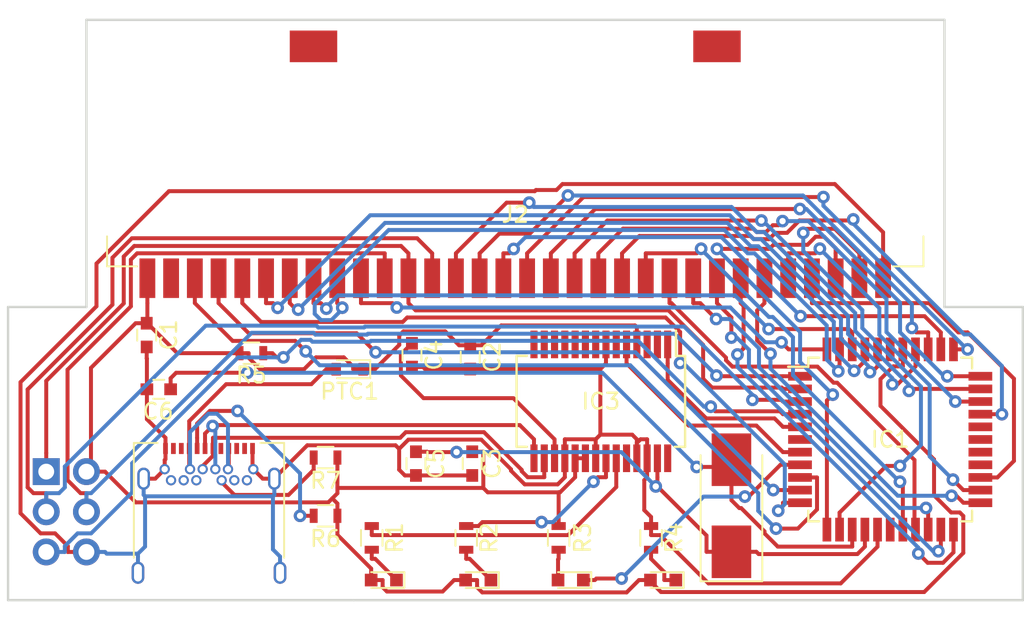
<source format=kicad_pcb>
(kicad_pcb (version 20171130) (host pcbnew "(5.0.0)")

  (general
    (thickness 0.8)
    (drawings 9)
    (tracks 759)
    (zones 0)
    (modules 24)
    (nets 50)
  )

  (page A4)
  (layers
    (0 F.Cu signal)
    (31 B.Cu signal)
    (32 B.Adhes user)
    (33 F.Adhes user)
    (34 B.Paste user)
    (35 F.Paste user)
    (36 B.SilkS user)
    (37 F.SilkS user)
    (38 B.Mask user)
    (39 F.Mask user)
    (40 Dwgs.User user)
    (41 Cmts.User user)
    (42 Eco1.User user)
    (43 Eco2.User user)
    (44 Edge.Cuts user)
    (45 Margin user)
    (46 B.CrtYd user)
    (47 F.CrtYd user)
    (48 B.Fab user)
    (49 F.Fab user)
  )

  (setup
    (last_trace_width 0.25)
    (trace_clearance 0.2)
    (zone_clearance 0.508)
    (zone_45_only no)
    (trace_min 0.2)
    (segment_width 0.2)
    (edge_width 0.15)
    (via_size 0.8)
    (via_drill 0.4)
    (via_min_size 0.4)
    (via_min_drill 0.3)
    (uvia_size 0.3)
    (uvia_drill 0.1)
    (uvias_allowed no)
    (uvia_min_size 0.2)
    (uvia_min_drill 0.1)
    (pcb_text_width 0.3)
    (pcb_text_size 1.5 1.5)
    (mod_edge_width 0.15)
    (mod_text_size 1 1)
    (mod_text_width 0.15)
    (pad_size 2 3)
    (pad_drill 0)
    (pad_to_mask_clearance 0.2)
    (aux_axis_origin 0 0)
    (visible_elements 7FFFFFFF)
    (pcbplotparams
      (layerselection 0x010fc_ffffffff)
      (usegerberextensions false)
      (usegerberattributes false)
      (usegerberadvancedattributes false)
      (creategerberjobfile false)
      (excludeedgelayer true)
      (linewidth 0.100000)
      (plotframeref false)
      (viasonmask false)
      (mode 1)
      (useauxorigin false)
      (hpglpennumber 1)
      (hpglpenspeed 20)
      (hpglpendiameter 15.000000)
      (psnegative false)
      (psa4output false)
      (plotreference true)
      (plotvalue true)
      (plotinvisibletext false)
      (padsonsilk false)
      (subtractmaskfromsilk false)
      (outputformat 1)
      (mirror false)
      (drillshape 1)
      (scaleselection 1)
      (outputdirectory ""))
  )

  (net 0 "")
  (net 1 +5V)
  (net 2 /XIN)
  (net 3 "Net-(C6-Pad1)")
  (net 4 "Net-(J1-PadB5)")
  (net 5 "Net-(J1-PadA4)")
  (net 6 "Net-(IC3-Pad15)")
  (net 7 "Net-(J1-PadA5)")
  (net 8 /A7)
  (net 9 /A6)
  (net 10 /A5)
  (net 11 /RESET)
  (net 12 "Net-(LED1-Pad1)")
  (net 13 "Net-(LED2-Pad1)")
  (net 14 "Net-(LED3-Pad2)")
  (net 15 "Net-(LED4-Pad1)")
  (net 16 "Net-(C4-Pad2)")
  (net 17 "Net-(IC1-Pad5)")
  (net 18 /TXLED)
  (net 19 /RXLED)
  (net 20 "Net-(IC1-Pad7)")
  (net 21 /A9)
  (net 22 /WR)
  (net 23 /RD)
  (net 24 /CS)
  (net 25 /A0)
  (net 26 /A1)
  (net 27 /A2)
  (net 28 /A3)
  (net 29 /A4)
  (net 30 /A8)
  (net 31 /A10)
  (net 32 /A11)
  (net 33 /A12)
  (net 34 /A13)
  (net 35 /A14)
  (net 36 /A15)
  (net 37 /D0)
  (net 38 /D1)
  (net 39 /D2)
  (net 40 /D3)
  (net 41 /D4)
  (net 42 /D5)
  (net 43 /D6)
  (net 44 /D7)
  (net 45 /RST)
  (net 46 /RWLED)
  (net 47 GND)
  (net 48 /SNDAIN)
  (net 49 "Net-(IC3-Pad16)")

  (net_class Default "This is the default net class."
    (clearance 0.2)
    (trace_width 0.25)
    (via_dia 0.8)
    (via_drill 0.4)
    (uvia_dia 0.3)
    (uvia_drill 0.1)
    (add_net +5V)
    (add_net /A0)
    (add_net /A1)
    (add_net /A10)
    (add_net /A11)
    (add_net /A12)
    (add_net /A13)
    (add_net /A14)
    (add_net /A15)
    (add_net /A2)
    (add_net /A3)
    (add_net /A4)
    (add_net /A5)
    (add_net /A6)
    (add_net /A7)
    (add_net /A8)
    (add_net /A9)
    (add_net /CS)
    (add_net /D0)
    (add_net /D1)
    (add_net /D2)
    (add_net /D3)
    (add_net /D4)
    (add_net /D5)
    (add_net /D6)
    (add_net /D7)
    (add_net /RD)
    (add_net /RESET)
    (add_net /RST)
    (add_net /RWLED)
    (add_net /RXLED)
    (add_net /SNDAIN)
    (add_net /TXLED)
    (add_net /WR)
    (add_net /XIN)
    (add_net GND)
    (add_net "Net-(C4-Pad2)")
    (add_net "Net-(C6-Pad1)")
    (add_net "Net-(IC1-Pad5)")
    (add_net "Net-(IC1-Pad7)")
    (add_net "Net-(IC3-Pad15)")
    (add_net "Net-(IC3-Pad16)")
    (add_net "Net-(J1-PadA4)")
    (add_net "Net-(J1-PadA5)")
    (add_net "Net-(J1-PadB5)")
    (add_net "Net-(LED1-Pad1)")
    (add_net "Net-(LED2-Pad1)")
    (add_net "Net-(LED3-Pad2)")
    (add_net "Net-(LED4-Pad1)")
  )

  (module Custom:GameBoy_Cartridge_DX-37787_1x32_P1.50mm_Socket_Horizontal (layer F.Cu) (tedit 5C3781A5) (tstamp 5C380EA5)
    (at 144.323 64.8208)
    (descr "Game Boy cartridge slot, DealExtreme 37787")
    (tags "gameboy cartridge slot")
    (path /5C34DD28)
    (attr smd)
    (fp_text reference J2 (at 0 1.7272 180) (layer F.SilkS)
      (effects (font (size 1 1) (thickness 0.15)))
    )
    (fp_text value CartBus (at 0 -11) (layer F.Fab)
      (effects (font (size 1 1) (thickness 0.15)))
    )
    (fp_text user %R (at 0 -1) (layer F.Fab)
      (effects (font (size 2 2) (thickness 0.2)))
    )
    (fp_line (start 26.1 7.5) (end 26.1 -9.499603) (layer F.CrtYd) (width 0.05))
    (fp_line (start -26.1 7.5) (end 26.1 7.5) (layer F.CrtYd) (width 0.05))
    (fp_line (start -26.1 -9.499603) (end -26.1 7.5) (layer F.CrtYd) (width 0.05))
    (fp_line (start -26.0858 -9.5) (end 26.085825 -9.5) (layer F.CrtYd) (width 0.05))
    (fp_line (start -25.8 5) (end -25.8 3.1) (layer F.SilkS) (width 0.12))
    (fp_line (start -23.9 5) (end -25.8 5) (layer F.SilkS) (width 0.12))
    (fp_line (start -25.6032 -9) (end 25.603269 -9) (layer F.Fab) (width 0.1))
    (fp_line (start 25.6 4.8) (end 25.6 -8.9916) (layer F.Fab) (width 0.1))
    (fp_line (start -23.8 4.8) (end -25.6 4.8) (layer F.Fab) (width 0.1))
    (fp_line (start -25.6 4.8) (end -25.6 -8.991617) (layer F.Fab) (width 0.1))
    (fp_line (start 23.8 4.8) (end 25.6 4.8) (layer F.Fab) (width 0.1))
    (fp_line (start 23.9 5) (end 25.8 5) (layer F.SilkS) (width 0.12))
    (fp_line (start 25.8 5) (end 25.8 3.1) (layer F.SilkS) (width 0.12))
    (pad "" smd rect (at 12.7508 -8.9154 90) (size 2 3) (layers F.Cu F.Paste F.Mask))
    (pad "" smd rect (at -12.7508 -8.9154 90) (size 2 3) (layers F.Cu F.Paste F.Mask))
    (pad 1 smd rect (at -23.25 5.75) (size 1 2.5) (layers F.Cu F.Paste F.Mask)
      (net 1 +5V))
    (pad 15 smd rect (at -2.25 5.75) (size 1 2.5) (layers F.Cu F.Paste F.Mask)
      (net 21 /A9))
    (pad 2 smd rect (at -21.75 5.75) (size 1 2.5) (layers F.Cu F.Paste F.Mask))
    (pad 3 smd rect (at -20.25 5.75) (size 1 2.5) (layers F.Cu F.Paste F.Mask)
      (net 22 /WR))
    (pad 4 smd rect (at -18.75 5.75) (size 1 2.5) (layers F.Cu F.Paste F.Mask)
      (net 23 /RD))
    (pad 5 smd rect (at -17.25 5.75) (size 1 2.5) (layers F.Cu F.Paste F.Mask)
      (net 24 /CS))
    (pad 6 smd rect (at -15.75 5.75) (size 1 2.5) (layers F.Cu F.Paste F.Mask)
      (net 25 /A0))
    (pad 7 smd rect (at -14.25 5.75) (size 1 2.5) (layers F.Cu F.Paste F.Mask)
      (net 26 /A1))
    (pad 8 smd rect (at -12.75 5.75) (size 1 2.5) (layers F.Cu F.Paste F.Mask)
      (net 27 /A2))
    (pad 9 smd rect (at -11.25 5.75) (size 1 2.5) (layers F.Cu F.Paste F.Mask)
      (net 28 /A3))
    (pad 10 smd rect (at -9.75 5.75) (size 1 2.5) (layers F.Cu F.Paste F.Mask)
      (net 29 /A4))
    (pad 11 smd rect (at -8.25 5.75) (size 1 2.5) (layers F.Cu F.Paste F.Mask)
      (net 10 /A5))
    (pad 12 smd rect (at -6.75 5.75) (size 1 2.5) (layers F.Cu F.Paste F.Mask)
      (net 9 /A6))
    (pad 13 smd rect (at -5.25 5.75) (size 1 2.5) (layers F.Cu F.Paste F.Mask)
      (net 8 /A7))
    (pad 14 smd rect (at -3.75 5.75) (size 1 2.5) (layers F.Cu F.Paste F.Mask)
      (net 30 /A8))
    (pad 16 smd rect (at -0.75 5.75) (size 1 2.5) (layers F.Cu F.Paste F.Mask)
      (net 31 /A10))
    (pad 17 smd rect (at 0.75 5.75) (size 1 2.5) (layers F.Cu F.Paste F.Mask)
      (net 32 /A11))
    (pad 18 smd rect (at 2.25 5.75) (size 1 2.5) (layers F.Cu F.Paste F.Mask)
      (net 33 /A12))
    (pad 19 smd rect (at 3.75 5.75) (size 1 2.5) (layers F.Cu F.Paste F.Mask)
      (net 34 /A13))
    (pad 20 smd rect (at 5.25 5.75) (size 1 2.5) (layers F.Cu F.Paste F.Mask)
      (net 35 /A14))
    (pad 21 smd rect (at 6.75 5.75) (size 1 2.5) (layers F.Cu F.Paste F.Mask)
      (net 36 /A15))
    (pad 22 smd rect (at 8.25 5.75) (size 1 2.5) (layers F.Cu F.Paste F.Mask)
      (net 37 /D0))
    (pad 23 smd rect (at 9.75 5.75) (size 1 2.5) (layers F.Cu F.Paste F.Mask)
      (net 38 /D1))
    (pad 24 smd rect (at 11.25 5.75) (size 1 2.5) (layers F.Cu F.Paste F.Mask)
      (net 39 /D2))
    (pad 25 smd rect (at 12.75 5.75) (size 1 2.5) (layers F.Cu F.Paste F.Mask)
      (net 40 /D3))
    (pad 26 smd rect (at 14.25 5.75) (size 1 2.5) (layers F.Cu F.Paste F.Mask)
      (net 41 /D4))
    (pad 27 smd rect (at 15.75 5.75) (size 1 2.5) (layers F.Cu F.Paste F.Mask)
      (net 42 /D5))
    (pad 28 smd rect (at 17.25 5.75) (size 1 2.5) (layers F.Cu F.Paste F.Mask)
      (net 43 /D6))
    (pad 29 smd rect (at 18.75 5.75) (size 1 2.5) (layers F.Cu F.Paste F.Mask)
      (net 44 /D7))
    (pad 30 smd rect (at 20.25 5.75) (size 1 2.5) (layers F.Cu F.Paste F.Mask)
      (net 45 /RST))
    (pad 31 smd rect (at 21.75 5.75) (size 1 2.5) (layers F.Cu F.Paste F.Mask)
      (net 48 /SNDAIN))
    (pad 32 smd rect (at 23.25 5.75) (size 1 2.5) (layers F.Cu F.Paste F.Mask)
      (net 47 GND))
    (model ${KISYS3DMOD}/Gekkio_Connector_PCBEdge.3dshapes/GameBoy_Cartridge_DX-37787_1x32_P1.50mm_Socket_Horizontal.wrl
      (at (xyz 0 0 0))
      (scale (xyz 1 1 1))
      (rotate (xyz 0 0 0))
    )
  )

  (module Custom:Pin_Header_Angled_2x03_Pitch2.54mm (layer F.Cu) (tedit 5C375F91) (tstamp 5C380EE8)
    (at 114.681 82.804)
    (descr "Through hole angled pin header, 2x03, 2.54mm pitch, 6mm pin length, double rows")
    (tags "Through hole angled pin header THT 2x03 2.54mm double row")
    (path /5C452579)
    (fp_text reference JP1 (at 0.762 -2.794) (layer F.SilkS) hide
      (effects (font (size 1 1) (thickness 0.15)))
    )
    (fp_text value Conn_02x03_Odd_Even (at 5.655 7.35) (layer F.Fab)
      (effects (font (size 1 1) (thickness 0.15)))
    )
    (fp_line (start -0.32 -0.32) (end -0.32 0.32) (layer F.Fab) (width 0.1))
    (fp_line (start -0.32 2.22) (end -0.32 2.86) (layer F.Fab) (width 0.1))
    (fp_line (start -0.32 4.76) (end -0.32 5.4) (layer F.Fab) (width 0.1))
    (pad 1 thru_hole rect (at 0 0) (size 1.7 1.7) (drill 1) (layers *.Cu *.Mask)
      (net 9 /A6))
    (pad 2 thru_hole oval (at 2.54 0) (size 1.7 1.7) (drill 1) (layers *.Cu *.Mask)
      (net 1 +5V))
    (pad 3 thru_hole oval (at 0 2.54) (size 1.7 1.7) (drill 1) (layers *.Cu *.Mask)
      (net 8 /A7))
    (pad 4 thru_hole oval (at 2.54 2.54) (size 1.7 1.7) (drill 1) (layers *.Cu *.Mask)
      (net 10 /A5))
    (pad 5 thru_hole oval (at 0 5.08) (size 1.7 1.7) (drill 1) (layers *.Cu *.Mask)
      (net 11 /RESET))
    (pad 6 thru_hole oval (at 2.54 5.08) (size 1.7 1.7) (drill 1) (layers *.Cu *.Mask)
      (net 47 GND))
    (model ${KISYS3DMOD}/Pin_Headers.3dshapes/Pin_Header_Angled_2x03_Pitch2.54mm.wrl
      (at (xyz 0 0 0))
      (scale (xyz 1 1 1))
      (rotate (xyz 0 0 0))
    )
  )

  (module Capacitors_SMD:C_0603 (layer F.Cu) (tedit 59958EE7) (tstamp 5C350C32)
    (at 121.031 74.168 270)
    (descr "Capacitor SMD 0603, reflow soldering, AVX (see smccp.pdf)")
    (tags "capacitor 0603")
    (path /5C437106)
    (attr smd)
    (fp_text reference C1 (at -0.012001 -1.397 270) (layer F.SilkS)
      (effects (font (size 1 1) (thickness 0.15)))
    )
    (fp_text value 0.1uF (at 0 1.5 270) (layer F.Fab)
      (effects (font (size 1 1) (thickness 0.15)))
    )
    (fp_text user %R (at 0.114999 0.027999 270) (layer F.Fab)
      (effects (font (size 0.3 0.3) (thickness 0.075)))
    )
    (fp_line (start -0.8 0.4) (end -0.8 -0.4) (layer F.Fab) (width 0.1))
    (fp_line (start 0.8 0.4) (end -0.8 0.4) (layer F.Fab) (width 0.1))
    (fp_line (start 0.8 -0.4) (end 0.8 0.4) (layer F.Fab) (width 0.1))
    (fp_line (start -0.8 -0.4) (end 0.8 -0.4) (layer F.Fab) (width 0.1))
    (fp_line (start -0.35 -0.6) (end 0.35 -0.6) (layer F.SilkS) (width 0.12))
    (fp_line (start 0.35 0.6) (end -0.35 0.6) (layer F.SilkS) (width 0.12))
    (fp_line (start -1.4 -0.65) (end 1.4 -0.65) (layer F.CrtYd) (width 0.05))
    (fp_line (start -1.4 -0.65) (end -1.4 0.65) (layer F.CrtYd) (width 0.05))
    (fp_line (start 1.4 0.65) (end 1.4 -0.65) (layer F.CrtYd) (width 0.05))
    (fp_line (start 1.4 0.65) (end -1.4 0.65) (layer F.CrtYd) (width 0.05))
    (pad 1 smd rect (at -0.75 0 270) (size 0.8 0.75) (layers F.Cu F.Paste F.Mask)
      (net 1 +5V))
    (pad 2 smd rect (at 0.75 0 270) (size 0.8 0.75) (layers F.Cu F.Paste F.Mask)
      (net 47 GND))
    (model Capacitors_SMD.3dshapes/C_0603.wrl
      (at (xyz 0 0 0))
      (scale (xyz 1 1 1))
      (rotate (xyz 0 0 0))
    )
  )

  (module Capacitors_SMD:C_0603 (layer F.Cu) (tedit 59958EE7) (tstamp 5C350C43)
    (at 141.478 75.565 270)
    (descr "Capacitor SMD 0603, reflow soldering, AVX (see smccp.pdf)")
    (tags "capacitor 0603")
    (path /5C42BCE5)
    (attr smd)
    (fp_text reference C2 (at 0 -1.397 270) (layer F.SilkS)
      (effects (font (size 1 1) (thickness 0.15)))
    )
    (fp_text value 0.1uF (at 0 1.5 270) (layer F.Fab)
      (effects (font (size 1 1) (thickness 0.15)))
    )
    (fp_line (start 1.4 0.65) (end -1.4 0.65) (layer F.CrtYd) (width 0.05))
    (fp_line (start 1.4 0.65) (end 1.4 -0.65) (layer F.CrtYd) (width 0.05))
    (fp_line (start -1.4 -0.65) (end -1.4 0.65) (layer F.CrtYd) (width 0.05))
    (fp_line (start -1.4 -0.65) (end 1.4 -0.65) (layer F.CrtYd) (width 0.05))
    (fp_line (start 0.35 0.6) (end -0.35 0.6) (layer F.SilkS) (width 0.12))
    (fp_line (start -0.35 -0.6) (end 0.35 -0.6) (layer F.SilkS) (width 0.12))
    (fp_line (start -0.8 -0.4) (end 0.8 -0.4) (layer F.Fab) (width 0.1))
    (fp_line (start 0.8 -0.4) (end 0.8 0.4) (layer F.Fab) (width 0.1))
    (fp_line (start 0.8 0.4) (end -0.8 0.4) (layer F.Fab) (width 0.1))
    (fp_line (start -0.8 0.4) (end -0.8 -0.4) (layer F.Fab) (width 0.1))
    (fp_text user %R (at 0 0 270) (layer F.Fab)
      (effects (font (size 0.3 0.3) (thickness 0.075)))
    )
    (pad 2 smd rect (at 0.75 0 270) (size 0.8 0.75) (layers F.Cu F.Paste F.Mask)
      (net 47 GND))
    (pad 1 smd rect (at -0.75 0 270) (size 0.8 0.75) (layers F.Cu F.Paste F.Mask)
      (net 1 +5V))
    (model Capacitors_SMD.3dshapes/C_0603.wrl
      (at (xyz 0 0 0))
      (scale (xyz 1 1 1))
      (rotate (xyz 0 0 0))
    )
  )

  (module Capacitors_SMD:C_0603 (layer F.Cu) (tedit 59958EE7) (tstamp 5C350C54)
    (at 141.605 82.296 270)
    (descr "Capacitor SMD 0603, reflow soldering, AVX (see smccp.pdf)")
    (tags "capacitor 0603")
    (path /5C4245CA)
    (attr smd)
    (fp_text reference C3 (at 0 -1.27 270) (layer F.SilkS)
      (effects (font (size 1 1) (thickness 0.15)))
    )
    (fp_text value 10uF (at 0 1.5 270) (layer F.Fab)
      (effects (font (size 1 1) (thickness 0.15)))
    )
    (fp_text user %R (at 0 0 270) (layer F.Fab)
      (effects (font (size 0.3 0.3) (thickness 0.075)))
    )
    (fp_line (start -0.8 0.4) (end -0.8 -0.4) (layer F.Fab) (width 0.1))
    (fp_line (start 0.8 0.4) (end -0.8 0.4) (layer F.Fab) (width 0.1))
    (fp_line (start 0.8 -0.4) (end 0.8 0.4) (layer F.Fab) (width 0.1))
    (fp_line (start -0.8 -0.4) (end 0.8 -0.4) (layer F.Fab) (width 0.1))
    (fp_line (start -0.35 -0.6) (end 0.35 -0.6) (layer F.SilkS) (width 0.12))
    (fp_line (start 0.35 0.6) (end -0.35 0.6) (layer F.SilkS) (width 0.12))
    (fp_line (start -1.4 -0.65) (end 1.4 -0.65) (layer F.CrtYd) (width 0.05))
    (fp_line (start -1.4 -0.65) (end -1.4 0.65) (layer F.CrtYd) (width 0.05))
    (fp_line (start 1.4 0.65) (end 1.4 -0.65) (layer F.CrtYd) (width 0.05))
    (fp_line (start 1.4 0.65) (end -1.4 0.65) (layer F.CrtYd) (width 0.05))
    (pad 1 smd rect (at -0.75 0 270) (size 0.8 0.75) (layers F.Cu F.Paste F.Mask)
      (net 1 +5V))
    (pad 2 smd rect (at 0.75 0 270) (size 0.8 0.75) (layers F.Cu F.Paste F.Mask)
      (net 47 GND))
    (model Capacitors_SMD.3dshapes/C_0603.wrl
      (at (xyz 0 0 0))
      (scale (xyz 1 1 1))
      (rotate (xyz 0 0 0))
    )
  )

  (module Capacitors_SMD:C_0603 (layer F.Cu) (tedit 59958EE7) (tstamp 5C350C65)
    (at 137.795 75.438 90)
    (descr "Capacitor SMD 0603, reflow soldering, AVX (see smccp.pdf)")
    (tags "capacitor 0603")
    (path /5C403F17)
    (attr smd)
    (fp_text reference C4 (at 0 1.397 90) (layer F.SilkS)
      (effects (font (size 1 1) (thickness 0.15)))
    )
    (fp_text value 0.1uF (at 0 1.5 90) (layer F.Fab)
      (effects (font (size 1 1) (thickness 0.15)))
    )
    (fp_line (start 1.4 0.65) (end -1.4 0.65) (layer F.CrtYd) (width 0.05))
    (fp_line (start 1.4 0.65) (end 1.4 -0.65) (layer F.CrtYd) (width 0.05))
    (fp_line (start -1.4 -0.65) (end -1.4 0.65) (layer F.CrtYd) (width 0.05))
    (fp_line (start -1.4 -0.65) (end 1.4 -0.65) (layer F.CrtYd) (width 0.05))
    (fp_line (start 0.35 0.6) (end -0.35 0.6) (layer F.SilkS) (width 0.12))
    (fp_line (start -0.35 -0.6) (end 0.35 -0.6) (layer F.SilkS) (width 0.12))
    (fp_line (start -0.8 -0.4) (end 0.8 -0.4) (layer F.Fab) (width 0.1))
    (fp_line (start 0.8 -0.4) (end 0.8 0.4) (layer F.Fab) (width 0.1))
    (fp_line (start 0.8 0.4) (end -0.8 0.4) (layer F.Fab) (width 0.1))
    (fp_line (start -0.8 0.4) (end -0.8 -0.4) (layer F.Fab) (width 0.1))
    (fp_text user %R (at 0 0 90) (layer F.Fab)
      (effects (font (size 0.3 0.3) (thickness 0.075)))
    )
    (pad 2 smd rect (at 0.75 0 90) (size 0.8 0.75) (layers F.Cu F.Paste F.Mask)
      (net 16 "Net-(C4-Pad2)"))
    (pad 1 smd rect (at -0.75 0 90) (size 0.8 0.75) (layers F.Cu F.Paste F.Mask)
      (net 47 GND))
    (model Capacitors_SMD.3dshapes/C_0603.wrl
      (at (xyz 0 0 0))
      (scale (xyz 1 1 1))
      (rotate (xyz 0 0 0))
    )
  )

  (module Capacitors_SMD:C_0603 (layer F.Cu) (tedit 59958EE7) (tstamp 5C350C76)
    (at 138.049 82.296 270)
    (descr "Capacitor SMD 0603, reflow soldering, AVX (see smccp.pdf)")
    (tags "capacitor 0603")
    (path /5C44CF09)
    (attr smd)
    (fp_text reference C5 (at 0 -1.27 270) (layer F.SilkS)
      (effects (font (size 1 1) (thickness 0.15)))
    )
    (fp_text value 22pF (at 0 1.5 270) (layer F.Fab)
      (effects (font (size 1 1) (thickness 0.15)))
    )
    (fp_text user %R (at 0 0 270) (layer F.Fab)
      (effects (font (size 0.3 0.3) (thickness 0.075)))
    )
    (fp_line (start -0.8 0.4) (end -0.8 -0.4) (layer F.Fab) (width 0.1))
    (fp_line (start 0.8 0.4) (end -0.8 0.4) (layer F.Fab) (width 0.1))
    (fp_line (start 0.8 -0.4) (end 0.8 0.4) (layer F.Fab) (width 0.1))
    (fp_line (start -0.8 -0.4) (end 0.8 -0.4) (layer F.Fab) (width 0.1))
    (fp_line (start -0.35 -0.6) (end 0.35 -0.6) (layer F.SilkS) (width 0.12))
    (fp_line (start 0.35 0.6) (end -0.35 0.6) (layer F.SilkS) (width 0.12))
    (fp_line (start -1.4 -0.65) (end 1.4 -0.65) (layer F.CrtYd) (width 0.05))
    (fp_line (start -1.4 -0.65) (end -1.4 0.65) (layer F.CrtYd) (width 0.05))
    (fp_line (start 1.4 0.65) (end 1.4 -0.65) (layer F.CrtYd) (width 0.05))
    (fp_line (start 1.4 0.65) (end -1.4 0.65) (layer F.CrtYd) (width 0.05))
    (pad 1 smd rect (at -0.75 0 270) (size 0.8 0.75) (layers F.Cu F.Paste F.Mask)
      (net 2 /XIN))
    (pad 2 smd rect (at 0.75 0 270) (size 0.8 0.75) (layers F.Cu F.Paste F.Mask)
      (net 47 GND))
    (model Capacitors_SMD.3dshapes/C_0603.wrl
      (at (xyz 0 0 0))
      (scale (xyz 1 1 1))
      (rotate (xyz 0 0 0))
    )
  )

  (module Capacitors_SMD:C_0603 (layer F.Cu) (tedit 59958EE7) (tstamp 5C350C87)
    (at 121.793 77.597 180)
    (descr "Capacitor SMD 0603, reflow soldering, AVX (see smccp.pdf)")
    (tags "capacitor 0603")
    (path /5C44CF77)
    (attr smd)
    (fp_text reference C6 (at 0.043999 -1.397 180) (layer F.SilkS)
      (effects (font (size 1 1) (thickness 0.15)))
    )
    (fp_text value 22pF (at 0 1.5 180) (layer F.Fab)
      (effects (font (size 1 1) (thickness 0.15)))
    )
    (fp_line (start 1.4 0.65) (end -1.4 0.65) (layer F.CrtYd) (width 0.05))
    (fp_line (start 1.4 0.65) (end 1.4 -0.65) (layer F.CrtYd) (width 0.05))
    (fp_line (start -1.4 -0.65) (end -1.4 0.65) (layer F.CrtYd) (width 0.05))
    (fp_line (start -1.4 -0.65) (end 1.4 -0.65) (layer F.CrtYd) (width 0.05))
    (fp_line (start 0.35 0.6) (end -0.35 0.6) (layer F.SilkS) (width 0.12))
    (fp_line (start -0.35 -0.6) (end 0.35 -0.6) (layer F.SilkS) (width 0.12))
    (fp_line (start -0.8 -0.4) (end 0.8 -0.4) (layer F.Fab) (width 0.1))
    (fp_line (start 0.8 -0.4) (end 0.8 0.4) (layer F.Fab) (width 0.1))
    (fp_line (start 0.8 0.4) (end -0.8 0.4) (layer F.Fab) (width 0.1))
    (fp_line (start -0.8 0.4) (end -0.8 -0.4) (layer F.Fab) (width 0.1))
    (fp_text user %R (at 0 0 180) (layer F.Fab)
      (effects (font (size 0.3 0.3) (thickness 0.075)))
    )
    (pad 2 smd rect (at 0.75 0 180) (size 0.8 0.75) (layers F.Cu F.Paste F.Mask)
      (net 47 GND))
    (pad 1 smd rect (at -0.75 0 180) (size 0.8 0.75) (layers F.Cu F.Paste F.Mask)
      (net 3 "Net-(C6-Pad1)"))
    (model Capacitors_SMD.3dshapes/C_0603.wrl
      (at (xyz 0 0 0))
      (scale (xyz 1 1 1))
      (rotate (xyz 0 0 0))
    )
  )

  (module Connectors_USB:USB_C_Receptacle_Amphenol_12401548E4-2A (layer F.Cu) (tedit 5C37637C) (tstamp 5C350CB6)
    (at 124.968 86.36)
    (descr "USB TYPE C, RA RCPT PCB, Hybrid, https://www.amphenolcanada.com/StockAvailabilityPrice.aspx?From=&PartNum=12401548E4%7e2A")
    (tags "USB C Type-C Receptacle Hybrid")
    (path /5C354A26)
    (attr smd)
    (fp_text reference J1 (at 0 -6.36) (layer F.SilkS) hide
      (effects (font (size 1 1) (thickness 0.15)))
    )
    (fp_text value USB_C_Receptacle (at 0 6.14) (layer F.Fab)
      (effects (font (size 1 1) (thickness 0.15)))
    )
    (fp_line (start -4.6 5.23) (end -4.6 -5.22) (layer F.Fab) (width 0.1))
    (fp_line (start -4.6 -5.22) (end 4.6 -5.22) (layer F.Fab) (width 0.1))
    (fp_line (start -4.75 -5.37) (end -3.25 -5.37) (layer F.SilkS) (width 0.12))
    (fp_line (start -4.75 -5.37) (end -4.75 1.89) (layer F.SilkS) (width 0.12))
    (fp_line (start 4.75 -5.37) (end 4.75 1.89) (layer F.SilkS) (width 0.12))
    (fp_line (start 3.25 -5.37) (end 4.75 -5.37) (layer F.SilkS) (width 0.12))
    (fp_line (start -4.6 5.23) (end 4.6 5.23) (layer F.Fab) (width 0.1))
    (fp_line (start 4.6 5.23) (end 4.6 -5.22) (layer F.Fab) (width 0.1))
    (fp_line (start -5.39 -5.87) (end 5.39 -5.87) (layer F.CrtYd) (width 0.05))
    (fp_line (start 5.39 -5.87) (end 5.39 5.73) (layer F.CrtYd) (width 0.05))
    (fp_line (start 5.39 5.73) (end -5.39 5.73) (layer F.CrtYd) (width 0.05))
    (fp_line (start -5.39 5.73) (end -5.39 -5.87) (layer F.CrtYd) (width 0.05))
    (fp_text user %R (at 0 0) (layer F.Fab)
      (effects (font (size 1 1) (thickness 0.1)))
    )
    (pad B11 thru_hole circle (at -2.4 -3.01) (size 0.65 0.65) (drill 0.4) (layers *.Cu *.Mask))
    (pad B10 thru_hole circle (at -1.6 -3.01) (size 0.65 0.65) (drill 0.4) (layers *.Cu *.Mask))
    (pad B8 thru_hole circle (at -0.8 -3.01) (size 0.65 0.65) (drill 0.4) (layers *.Cu *.Mask))
    (pad B5 thru_hole circle (at 0.8 -3.01) (size 0.65 0.65) (drill 0.4) (layers *.Cu *.Mask)
      (net 4 "Net-(J1-PadB5)"))
    (pad B3 thru_hole circle (at 1.6 -3.01) (size 0.65 0.65) (drill 0.4) (layers *.Cu *.Mask))
    (pad B2 thru_hole circle (at 2.4 -3.01) (size 0.65 0.65) (drill 0.4) (layers *.Cu *.Mask))
    (pad B12 thru_hole circle (at -2.8 -3.71) (size 0.65 0.65) (drill 0.4) (layers *.Cu *.Mask)
      (net 47 GND))
    (pad B9 thru_hole circle (at -1.2 -3.71) (size 0.65 0.65) (drill 0.4) (layers *.Cu *.Mask)
      (net 5 "Net-(J1-PadA4)"))
    (pad B7 thru_hole circle (at -0.4 -3.71) (size 0.65 0.65) (drill 0.4) (layers *.Cu *.Mask)
      (net 49 "Net-(IC3-Pad16)"))
    (pad B6 thru_hole circle (at 0.4 -3.71) (size 0.65 0.65) (drill 0.4) (layers *.Cu *.Mask)
      (net 6 "Net-(IC3-Pad15)"))
    (pad B4 thru_hole circle (at 1.2 -3.71) (size 0.65 0.65) (drill 0.4) (layers *.Cu *.Mask)
      (net 5 "Net-(J1-PadA4)"))
    (pad B1 thru_hole circle (at 2.8 -3.71) (size 0.65 0.65) (drill 0.4) (layers *.Cu *.Mask)
      (net 47 GND))
    (pad "" np_thru_hole circle (at -3.6 -4.36) (size 0.65 0.65) (drill 0.65) (layers *.Cu *.Mask))
    (pad "" np_thru_hole oval (at 3.6 -4.36) (size 0.95 0.65) (drill oval 0.95 0.65) (layers *.Cu *.Mask))
    (pad S1 thru_hole oval (at -4.49 2.84) (size 0.8 1.4) (drill oval 0.5 1.1) (layers *.Cu *.Mask)
      (net 47 GND))
    (pad S1 thru_hole oval (at 4.49 2.84) (size 0.8 1.4) (drill oval 0.5 1.1) (layers *.Cu *.Mask)
      (net 47 GND))
    (pad S1 thru_hole oval (at 4.13 -3.11) (size 0.8 1.4) (drill oval 0.5 1.1) (layers *.Cu *.Mask)
      (net 47 GND))
    (pad A11 smd rect (at 2.25 -5.02) (size 0.3 0.7) (layers F.Cu F.Paste F.Mask))
    (pad A8 smd rect (at 0.75 -5.02) (size 0.3 0.7) (layers F.Cu F.Paste F.Mask))
    (pad A9 smd rect (at 1.25 -5.02) (size 0.3 0.7) (layers F.Cu F.Paste F.Mask)
      (net 5 "Net-(J1-PadA4)"))
    (pad A10 smd rect (at 1.75 -5.02) (size 0.3 0.7) (layers F.Cu F.Paste F.Mask))
    (pad A12 smd rect (at 2.75 -5.02) (size 0.3 0.7) (layers F.Cu F.Paste F.Mask)
      (net 47 GND))
    (pad A7 smd rect (at 0.25 -5.02) (size 0.3 0.7) (layers F.Cu F.Paste F.Mask)
      (net 49 "Net-(IC3-Pad16)"))
    (pad A6 smd rect (at -0.25 -5.02) (size 0.3 0.7) (layers F.Cu F.Paste F.Mask)
      (net 6 "Net-(IC3-Pad15)"))
    (pad A5 smd rect (at -0.75 -5.02) (size 0.3 0.7) (layers F.Cu F.Paste F.Mask)
      (net 7 "Net-(J1-PadA5)"))
    (pad A4 smd rect (at -1.25 -5.02) (size 0.3 0.7) (layers F.Cu F.Paste F.Mask)
      (net 5 "Net-(J1-PadA4)"))
    (pad A3 smd rect (at -1.75 -5.02) (size 0.3 0.7) (layers F.Cu F.Paste F.Mask))
    (pad A2 smd rect (at -2.25 -5.02) (size 0.3 0.7) (layers F.Cu F.Paste F.Mask))
    (pad A1 smd rect (at -2.75 -5.02) (size 0.3 0.7) (layers F.Cu F.Paste F.Mask)
      (net 47 GND))
    (pad S1 thru_hole oval (at -4.13 -3.11) (size 0.8 1.4) (drill oval 0.5 1.1) (layers *.Cu *.Mask)
      (net 47 GND))
    (model ${KISYS3DMOD}/Connectors_USB.3dshapes/USB_C_Receptacle_Amphenol_12401548E4-2A.wrl
      (at (xyz 0 0 0))
      (scale (xyz 1 1 1))
      (rotate (xyz 0 0 0))
    )
  )

  (module LEDs:LED_0603 (layer F.Cu) (tedit 5C376399) (tstamp 5C350D3B)
    (at 136.017 89.662 180)
    (descr "LED 0603 smd package")
    (tags "LED led 0603 SMD smd SMT smt smdled SMDLED smtled SMTLED")
    (path /5C3B1FE4)
    (attr smd)
    (fp_text reference LED1 (at 0 -1.25 180) (layer F.SilkS) hide
      (effects (font (size 1 1) (thickness 0.15)))
    )
    (fp_text value LED (at 0 1.35 180) (layer F.Fab)
      (effects (font (size 1 1) (thickness 0.15)))
    )
    (fp_line (start -1.3 -0.5) (end -1.3 0.5) (layer F.SilkS) (width 0.12))
    (fp_line (start -0.2 -0.2) (end -0.2 0.2) (layer F.Fab) (width 0.1))
    (fp_line (start -0.15 0) (end 0.15 -0.2) (layer F.Fab) (width 0.1))
    (fp_line (start 0.15 0.2) (end -0.15 0) (layer F.Fab) (width 0.1))
    (fp_line (start 0.15 -0.2) (end 0.15 0.2) (layer F.Fab) (width 0.1))
    (fp_line (start 0.8 0.4) (end -0.8 0.4) (layer F.Fab) (width 0.1))
    (fp_line (start 0.8 -0.4) (end 0.8 0.4) (layer F.Fab) (width 0.1))
    (fp_line (start -0.8 -0.4) (end 0.8 -0.4) (layer F.Fab) (width 0.1))
    (fp_line (start -0.8 0.4) (end -0.8 -0.4) (layer F.Fab) (width 0.1))
    (fp_line (start -1.3 0.5) (end 0.8 0.5) (layer F.SilkS) (width 0.12))
    (fp_line (start -1.3 -0.5) (end 0.8 -0.5) (layer F.SilkS) (width 0.12))
    (fp_line (start 1.45 -0.65) (end 1.45 0.65) (layer F.CrtYd) (width 0.05))
    (fp_line (start 1.45 0.65) (end -1.45 0.65) (layer F.CrtYd) (width 0.05))
    (fp_line (start -1.45 0.65) (end -1.45 -0.65) (layer F.CrtYd) (width 0.05))
    (fp_line (start -1.45 -0.65) (end 1.45 -0.65) (layer F.CrtYd) (width 0.05))
    (pad 2 smd rect (at 0.8 0) (size 0.8 0.8) (layers F.Cu F.Paste F.Mask)
      (net 1 +5V))
    (pad 1 smd rect (at -0.8 0) (size 0.8 0.8) (layers F.Cu F.Paste F.Mask)
      (net 12 "Net-(LED1-Pad1)"))
    (model ${KISYS3DMOD}/LEDs.3dshapes/LED_0603.wrl
      (at (xyz 0 0 0))
      (scale (xyz 1 1 1))
      (rotate (xyz 0 0 180))
    )
  )

  (module LEDs:LED_0603 (layer F.Cu) (tedit 5C37639E) (tstamp 5C350D50)
    (at 141.986 89.662 180)
    (descr "LED 0603 smd package")
    (tags "LED led 0603 SMD smd SMT smt smdled SMDLED smtled SMTLED")
    (path /5C3C5EB2)
    (attr smd)
    (fp_text reference LED2 (at 0 -1.25 180) (layer F.SilkS) hide
      (effects (font (size 1 1) (thickness 0.15)))
    )
    (fp_text value LED (at 0 1.35 180) (layer F.Fab)
      (effects (font (size 1 1) (thickness 0.15)))
    )
    (fp_line (start -1.3 -0.5) (end -1.3 0.5) (layer F.SilkS) (width 0.12))
    (fp_line (start -0.2 -0.2) (end -0.2 0.2) (layer F.Fab) (width 0.1))
    (fp_line (start -0.15 0) (end 0.15 -0.2) (layer F.Fab) (width 0.1))
    (fp_line (start 0.15 0.2) (end -0.15 0) (layer F.Fab) (width 0.1))
    (fp_line (start 0.15 -0.2) (end 0.15 0.2) (layer F.Fab) (width 0.1))
    (fp_line (start 0.8 0.4) (end -0.8 0.4) (layer F.Fab) (width 0.1))
    (fp_line (start 0.8 -0.4) (end 0.8 0.4) (layer F.Fab) (width 0.1))
    (fp_line (start -0.8 -0.4) (end 0.8 -0.4) (layer F.Fab) (width 0.1))
    (fp_line (start -0.8 0.4) (end -0.8 -0.4) (layer F.Fab) (width 0.1))
    (fp_line (start -1.3 0.5) (end 0.8 0.5) (layer F.SilkS) (width 0.12))
    (fp_line (start -1.3 -0.5) (end 0.8 -0.5) (layer F.SilkS) (width 0.12))
    (fp_line (start 1.45 -0.65) (end 1.45 0.65) (layer F.CrtYd) (width 0.05))
    (fp_line (start 1.45 0.65) (end -1.45 0.65) (layer F.CrtYd) (width 0.05))
    (fp_line (start -1.45 0.65) (end -1.45 -0.65) (layer F.CrtYd) (width 0.05))
    (fp_line (start -1.45 -0.65) (end 1.45 -0.65) (layer F.CrtYd) (width 0.05))
    (pad 2 smd rect (at 0.8 0) (size 0.8 0.8) (layers F.Cu F.Paste F.Mask)
      (net 1 +5V))
    (pad 1 smd rect (at -0.8 0) (size 0.8 0.8) (layers F.Cu F.Paste F.Mask)
      (net 13 "Net-(LED2-Pad1)"))
    (model ${KISYS3DMOD}/LEDs.3dshapes/LED_0603.wrl
      (at (xyz 0 0 0))
      (scale (xyz 1 1 1))
      (rotate (xyz 0 0 180))
    )
  )

  (module LEDs:LED_0603 (layer F.Cu) (tedit 5C3763A3) (tstamp 5C375C73)
    (at 147.828 89.662 180)
    (descr "LED 0603 smd package")
    (tags "LED led 0603 SMD smd SMT smt smdled SMDLED smtled SMTLED")
    (path /5C3B886E)
    (attr smd)
    (fp_text reference LED3 (at 0 -1.25 180) (layer F.SilkS) hide
      (effects (font (size 1 1) (thickness 0.15)))
    )
    (fp_text value LED (at 0 1.35 180) (layer F.Fab)
      (effects (font (size 1 1) (thickness 0.15)))
    )
    (fp_line (start -1.45 -0.65) (end 1.45 -0.65) (layer F.CrtYd) (width 0.05))
    (fp_line (start -1.45 0.65) (end -1.45 -0.65) (layer F.CrtYd) (width 0.05))
    (fp_line (start 1.45 0.65) (end -1.45 0.65) (layer F.CrtYd) (width 0.05))
    (fp_line (start 1.45 -0.65) (end 1.45 0.65) (layer F.CrtYd) (width 0.05))
    (fp_line (start -1.3 -0.5) (end 0.8 -0.5) (layer F.SilkS) (width 0.12))
    (fp_line (start -1.3 0.5) (end 0.8 0.5) (layer F.SilkS) (width 0.12))
    (fp_line (start -0.8 0.4) (end -0.8 -0.4) (layer F.Fab) (width 0.1))
    (fp_line (start -0.8 -0.4) (end 0.8 -0.4) (layer F.Fab) (width 0.1))
    (fp_line (start 0.8 -0.4) (end 0.8 0.4) (layer F.Fab) (width 0.1))
    (fp_line (start 0.8 0.4) (end -0.8 0.4) (layer F.Fab) (width 0.1))
    (fp_line (start 0.15 -0.2) (end 0.15 0.2) (layer F.Fab) (width 0.1))
    (fp_line (start 0.15 0.2) (end -0.15 0) (layer F.Fab) (width 0.1))
    (fp_line (start -0.15 0) (end 0.15 -0.2) (layer F.Fab) (width 0.1))
    (fp_line (start -0.2 -0.2) (end -0.2 0.2) (layer F.Fab) (width 0.1))
    (fp_line (start -1.3 -0.5) (end -1.3 0.5) (layer F.SilkS) (width 0.12))
    (pad 1 smd rect (at -0.8 0) (size 0.8 0.8) (layers F.Cu F.Paste F.Mask)
      (net 46 /RWLED))
    (pad 2 smd rect (at 0.8 0) (size 0.8 0.8) (layers F.Cu F.Paste F.Mask)
      (net 14 "Net-(LED3-Pad2)"))
    (model ${KISYS3DMOD}/LEDs.3dshapes/LED_0603.wrl
      (at (xyz 0 0 0))
      (scale (xyz 1 1 1))
      (rotate (xyz 0 0 180))
    )
  )

  (module LEDs:LED_0603 (layer F.Cu) (tedit 5C3763A7) (tstamp 5C350D7A)
    (at 153.67 89.662 180)
    (descr "LED 0603 smd package")
    (tags "LED led 0603 SMD smd SMT smt smdled SMDLED smtled SMTLED")
    (path /5C3B1ECB)
    (attr smd)
    (fp_text reference LED4 (at 0 -1.25 180) (layer F.SilkS) hide
      (effects (font (size 1 1) (thickness 0.15)))
    )
    (fp_text value LED (at 0 1.35 180) (layer F.Fab)
      (effects (font (size 1 1) (thickness 0.15)))
    )
    (fp_line (start -1.45 -0.65) (end 1.45 -0.65) (layer F.CrtYd) (width 0.05))
    (fp_line (start -1.45 0.65) (end -1.45 -0.65) (layer F.CrtYd) (width 0.05))
    (fp_line (start 1.45 0.65) (end -1.45 0.65) (layer F.CrtYd) (width 0.05))
    (fp_line (start 1.45 -0.65) (end 1.45 0.65) (layer F.CrtYd) (width 0.05))
    (fp_line (start -1.3 -0.5) (end 0.8 -0.5) (layer F.SilkS) (width 0.12))
    (fp_line (start -1.3 0.5) (end 0.8 0.5) (layer F.SilkS) (width 0.12))
    (fp_line (start -0.8 0.4) (end -0.8 -0.4) (layer F.Fab) (width 0.1))
    (fp_line (start -0.8 -0.4) (end 0.8 -0.4) (layer F.Fab) (width 0.1))
    (fp_line (start 0.8 -0.4) (end 0.8 0.4) (layer F.Fab) (width 0.1))
    (fp_line (start 0.8 0.4) (end -0.8 0.4) (layer F.Fab) (width 0.1))
    (fp_line (start 0.15 -0.2) (end 0.15 0.2) (layer F.Fab) (width 0.1))
    (fp_line (start 0.15 0.2) (end -0.15 0) (layer F.Fab) (width 0.1))
    (fp_line (start -0.15 0) (end 0.15 -0.2) (layer F.Fab) (width 0.1))
    (fp_line (start -0.2 -0.2) (end -0.2 0.2) (layer F.Fab) (width 0.1))
    (fp_line (start -1.3 -0.5) (end -1.3 0.5) (layer F.SilkS) (width 0.12))
    (pad 1 smd rect (at -0.8 0) (size 0.8 0.8) (layers F.Cu F.Paste F.Mask)
      (net 15 "Net-(LED4-Pad1)"))
    (pad 2 smd rect (at 0.8 0) (size 0.8 0.8) (layers F.Cu F.Paste F.Mask)
      (net 1 +5V))
    (model ${KISYS3DMOD}/LEDs.3dshapes/LED_0603.wrl
      (at (xyz 0 0 0))
      (scale (xyz 1 1 1))
      (rotate (xyz 0 0 180))
    )
  )

  (module Resistors_SMD:R_0603 (layer F.Cu) (tedit 58E0A804) (tstamp 5C350DA3)
    (at 135.255 86.995 270)
    (descr "Resistor SMD 0603, reflow soldering, Vishay (see dcrcw.pdf)")
    (tags "resistor 0603")
    (path /5C3D305E)
    (attr smd)
    (fp_text reference R1 (at 0 -1.45 270) (layer F.SilkS)
      (effects (font (size 1 1) (thickness 0.15)))
    )
    (fp_text value 1K (at 0 1.5 270) (layer F.Fab)
      (effects (font (size 1 1) (thickness 0.15)))
    )
    (fp_line (start 1.25 0.7) (end -1.25 0.7) (layer F.CrtYd) (width 0.05))
    (fp_line (start 1.25 0.7) (end 1.25 -0.7) (layer F.CrtYd) (width 0.05))
    (fp_line (start -1.25 -0.7) (end -1.25 0.7) (layer F.CrtYd) (width 0.05))
    (fp_line (start -1.25 -0.7) (end 1.25 -0.7) (layer F.CrtYd) (width 0.05))
    (fp_line (start -0.5 -0.68) (end 0.5 -0.68) (layer F.SilkS) (width 0.12))
    (fp_line (start 0.5 0.68) (end -0.5 0.68) (layer F.SilkS) (width 0.12))
    (fp_line (start -0.8 -0.4) (end 0.8 -0.4) (layer F.Fab) (width 0.1))
    (fp_line (start 0.8 -0.4) (end 0.8 0.4) (layer F.Fab) (width 0.1))
    (fp_line (start 0.8 0.4) (end -0.8 0.4) (layer F.Fab) (width 0.1))
    (fp_line (start -0.8 0.4) (end -0.8 -0.4) (layer F.Fab) (width 0.1))
    (fp_text user %R (at 0 0 270) (layer F.Fab)
      (effects (font (size 0.4 0.4) (thickness 0.075)))
    )
    (pad 2 smd rect (at 0.75 0 270) (size 0.5 0.9) (layers F.Cu F.Paste F.Mask)
      (net 12 "Net-(LED1-Pad1)"))
    (pad 1 smd rect (at -0.75 0 270) (size 0.5 0.9) (layers F.Cu F.Paste F.Mask)
      (net 18 /TXLED))
    (model ${KISYS3DMOD}/Resistors_SMD.3dshapes/R_0603.wrl
      (at (xyz 0 0 0))
      (scale (xyz 1 1 1))
      (rotate (xyz 0 0 0))
    )
  )

  (module Resistors_SMD:R_0603 (layer F.Cu) (tedit 58E0A804) (tstamp 5C350DB4)
    (at 141.224 86.995 270)
    (descr "Resistor SMD 0603, reflow soldering, Vishay (see dcrcw.pdf)")
    (tags "resistor 0603")
    (path /5C3D98CE)
    (attr smd)
    (fp_text reference R2 (at 0 -1.45 270) (layer F.SilkS)
      (effects (font (size 1 1) (thickness 0.15)))
    )
    (fp_text value 1K (at 0 1.5 270) (layer F.Fab)
      (effects (font (size 1 1) (thickness 0.15)))
    )
    (fp_text user %R (at 0 0 270) (layer F.Fab)
      (effects (font (size 0.4 0.4) (thickness 0.075)))
    )
    (fp_line (start -0.8 0.4) (end -0.8 -0.4) (layer F.Fab) (width 0.1))
    (fp_line (start 0.8 0.4) (end -0.8 0.4) (layer F.Fab) (width 0.1))
    (fp_line (start 0.8 -0.4) (end 0.8 0.4) (layer F.Fab) (width 0.1))
    (fp_line (start -0.8 -0.4) (end 0.8 -0.4) (layer F.Fab) (width 0.1))
    (fp_line (start 0.5 0.68) (end -0.5 0.68) (layer F.SilkS) (width 0.12))
    (fp_line (start -0.5 -0.68) (end 0.5 -0.68) (layer F.SilkS) (width 0.12))
    (fp_line (start -1.25 -0.7) (end 1.25 -0.7) (layer F.CrtYd) (width 0.05))
    (fp_line (start -1.25 -0.7) (end -1.25 0.7) (layer F.CrtYd) (width 0.05))
    (fp_line (start 1.25 0.7) (end 1.25 -0.7) (layer F.CrtYd) (width 0.05))
    (fp_line (start 1.25 0.7) (end -1.25 0.7) (layer F.CrtYd) (width 0.05))
    (pad 1 smd rect (at -0.75 0 270) (size 0.5 0.9) (layers F.Cu F.Paste F.Mask)
      (net 19 /RXLED))
    (pad 2 smd rect (at 0.75 0 270) (size 0.5 0.9) (layers F.Cu F.Paste F.Mask)
      (net 13 "Net-(LED2-Pad1)"))
    (model ${KISYS3DMOD}/Resistors_SMD.3dshapes/R_0603.wrl
      (at (xyz 0 0 0))
      (scale (xyz 1 1 1))
      (rotate (xyz 0 0 0))
    )
  )

  (module Resistors_SMD:R_0603 (layer F.Cu) (tedit 58E0A804) (tstamp 5C350DC5)
    (at 147.066 86.995 90)
    (descr "Resistor SMD 0603, reflow soldering, Vishay (see dcrcw.pdf)")
    (tags "resistor 0603")
    (path /5C3BF4D0)
    (attr smd)
    (fp_text reference R3 (at 0 1.524 90) (layer F.SilkS)
      (effects (font (size 1 1) (thickness 0.15)))
    )
    (fp_text value 1K (at 0 1.5 90) (layer F.Fab)
      (effects (font (size 1 1) (thickness 0.15)))
    )
    (fp_line (start 1.25 0.7) (end -1.25 0.7) (layer F.CrtYd) (width 0.05))
    (fp_line (start 1.25 0.7) (end 1.25 -0.7) (layer F.CrtYd) (width 0.05))
    (fp_line (start -1.25 -0.7) (end -1.25 0.7) (layer F.CrtYd) (width 0.05))
    (fp_line (start -1.25 -0.7) (end 1.25 -0.7) (layer F.CrtYd) (width 0.05))
    (fp_line (start -0.5 -0.68) (end 0.5 -0.68) (layer F.SilkS) (width 0.12))
    (fp_line (start 0.5 0.68) (end -0.5 0.68) (layer F.SilkS) (width 0.12))
    (fp_line (start -0.8 -0.4) (end 0.8 -0.4) (layer F.Fab) (width 0.1))
    (fp_line (start 0.8 -0.4) (end 0.8 0.4) (layer F.Fab) (width 0.1))
    (fp_line (start 0.8 0.4) (end -0.8 0.4) (layer F.Fab) (width 0.1))
    (fp_line (start -0.8 0.4) (end -0.8 -0.4) (layer F.Fab) (width 0.1))
    (fp_text user %R (at 0 0 90) (layer F.Fab)
      (effects (font (size 0.4 0.4) (thickness 0.075)))
    )
    (pad 2 smd rect (at 0.75 0 90) (size 0.5 0.9) (layers F.Cu F.Paste F.Mask)
      (net 1 +5V))
    (pad 1 smd rect (at -0.75 0 90) (size 0.5 0.9) (layers F.Cu F.Paste F.Mask)
      (net 14 "Net-(LED3-Pad2)"))
    (model ${KISYS3DMOD}/Resistors_SMD.3dshapes/R_0603.wrl
      (at (xyz 0 0 0))
      (scale (xyz 1 1 1))
      (rotate (xyz 0 0 0))
    )
  )

  (module Resistors_SMD:R_0603 (layer F.Cu) (tedit 58E0A804) (tstamp 5C350DD6)
    (at 152.908 86.995 270)
    (descr "Resistor SMD 0603, reflow soldering, Vishay (see dcrcw.pdf)")
    (tags "resistor 0603")
    (path /5C3CC7F3)
    (attr smd)
    (fp_text reference R4 (at 0 -1.45 270) (layer F.SilkS)
      (effects (font (size 1 1) (thickness 0.15)))
    )
    (fp_text value 1K (at 0 1.5 270) (layer F.Fab)
      (effects (font (size 1 1) (thickness 0.15)))
    )
    (fp_text user %R (at 0 0 270) (layer F.Fab)
      (effects (font (size 0.4 0.4) (thickness 0.075)))
    )
    (fp_line (start -0.8 0.4) (end -0.8 -0.4) (layer F.Fab) (width 0.1))
    (fp_line (start 0.8 0.4) (end -0.8 0.4) (layer F.Fab) (width 0.1))
    (fp_line (start 0.8 -0.4) (end 0.8 0.4) (layer F.Fab) (width 0.1))
    (fp_line (start -0.8 -0.4) (end 0.8 -0.4) (layer F.Fab) (width 0.1))
    (fp_line (start 0.5 0.68) (end -0.5 0.68) (layer F.SilkS) (width 0.12))
    (fp_line (start -0.5 -0.68) (end 0.5 -0.68) (layer F.SilkS) (width 0.12))
    (fp_line (start -1.25 -0.7) (end 1.25 -0.7) (layer F.CrtYd) (width 0.05))
    (fp_line (start -1.25 -0.7) (end -1.25 0.7) (layer F.CrtYd) (width 0.05))
    (fp_line (start 1.25 0.7) (end 1.25 -0.7) (layer F.CrtYd) (width 0.05))
    (fp_line (start 1.25 0.7) (end -1.25 0.7) (layer F.CrtYd) (width 0.05))
    (pad 1 smd rect (at -0.75 0 270) (size 0.5 0.9) (layers F.Cu F.Paste F.Mask)
      (net 47 GND))
    (pad 2 smd rect (at 0.75 0 270) (size 0.5 0.9) (layers F.Cu F.Paste F.Mask)
      (net 15 "Net-(LED4-Pad1)"))
    (model ${KISYS3DMOD}/Resistors_SMD.3dshapes/R_0603.wrl
      (at (xyz 0 0 0))
      (scale (xyz 1 1 1))
      (rotate (xyz 0 0 0))
    )
  )

  (module Resistors_SMD:R_0603 (layer F.Cu) (tedit 58E0A804) (tstamp 5C350DE7)
    (at 127.647 75.311 180)
    (descr "Resistor SMD 0603, reflow soldering, Vishay (see dcrcw.pdf)")
    (tags "resistor 0603")
    (path /5C3EFA2C)
    (attr smd)
    (fp_text reference R5 (at 0 -1.397 180) (layer F.SilkS)
      (effects (font (size 1 1) (thickness 0.15)))
    )
    (fp_text value 10K (at 0 1.5 180) (layer F.Fab)
      (effects (font (size 1 1) (thickness 0.15)))
    )
    (fp_text user %R (at 0 0 270) (layer F.Fab)
      (effects (font (size 0.4 0.4) (thickness 0.075)))
    )
    (fp_line (start -0.8 0.4) (end -0.8 -0.4) (layer F.Fab) (width 0.1))
    (fp_line (start 0.8 0.4) (end -0.8 0.4) (layer F.Fab) (width 0.1))
    (fp_line (start 0.8 -0.4) (end 0.8 0.4) (layer F.Fab) (width 0.1))
    (fp_line (start -0.8 -0.4) (end 0.8 -0.4) (layer F.Fab) (width 0.1))
    (fp_line (start 0.5 0.68) (end -0.5 0.68) (layer F.SilkS) (width 0.12))
    (fp_line (start -0.5 -0.68) (end 0.5 -0.68) (layer F.SilkS) (width 0.12))
    (fp_line (start -1.25 -0.7) (end 1.25 -0.7) (layer F.CrtYd) (width 0.05))
    (fp_line (start -1.25 -0.7) (end -1.25 0.7) (layer F.CrtYd) (width 0.05))
    (fp_line (start 1.25 0.7) (end 1.25 -0.7) (layer F.CrtYd) (width 0.05))
    (fp_line (start 1.25 0.7) (end -1.25 0.7) (layer F.CrtYd) (width 0.05))
    (pad 1 smd rect (at -0.75 0 180) (size 0.5 0.9) (layers F.Cu F.Paste F.Mask)
      (net 11 /RESET))
    (pad 2 smd rect (at 0.75 0 180) (size 0.5 0.9) (layers F.Cu F.Paste F.Mask)
      (net 1 +5V))
    (model ${KISYS3DMOD}/Resistors_SMD.3dshapes/R_0603.wrl
      (at (xyz 0 0 0))
      (scale (xyz 1 1 1))
      (rotate (xyz 0 0 0))
    )
  )

  (module Resistors_SMD:R_0603 (layer F.Cu) (tedit 58E0A804) (tstamp 5C350DF8)
    (at 132.334 85.598 180)
    (descr "Resistor SMD 0603, reflow soldering, Vishay (see dcrcw.pdf)")
    (tags "resistor 0603")
    (path /5C46B435)
    (attr smd)
    (fp_text reference R6 (at 0 -1.45 180) (layer F.SilkS)
      (effects (font (size 1 1) (thickness 0.15)))
    )
    (fp_text value 5.1K (at 0 1.5 180) (layer F.Fab)
      (effects (font (size 1 1) (thickness 0.15)))
    )
    (fp_line (start 1.25 0.7) (end -1.25 0.7) (layer F.CrtYd) (width 0.05))
    (fp_line (start 1.25 0.7) (end 1.25 -0.7) (layer F.CrtYd) (width 0.05))
    (fp_line (start -1.25 -0.7) (end -1.25 0.7) (layer F.CrtYd) (width 0.05))
    (fp_line (start -1.25 -0.7) (end 1.25 -0.7) (layer F.CrtYd) (width 0.05))
    (fp_line (start -0.5 -0.68) (end 0.5 -0.68) (layer F.SilkS) (width 0.12))
    (fp_line (start 0.5 0.68) (end -0.5 0.68) (layer F.SilkS) (width 0.12))
    (fp_line (start -0.8 -0.4) (end 0.8 -0.4) (layer F.Fab) (width 0.1))
    (fp_line (start 0.8 -0.4) (end 0.8 0.4) (layer F.Fab) (width 0.1))
    (fp_line (start 0.8 0.4) (end -0.8 0.4) (layer F.Fab) (width 0.1))
    (fp_line (start -0.8 0.4) (end -0.8 -0.4) (layer F.Fab) (width 0.1))
    (fp_text user %R (at 0 0 180) (layer F.Fab)
      (effects (font (size 0.4 0.4) (thickness 0.075)))
    )
    (pad 2 smd rect (at 0.75 0 180) (size 0.5 0.9) (layers F.Cu F.Paste F.Mask)
      (net 7 "Net-(J1-PadA5)"))
    (pad 1 smd rect (at -0.75 0 180) (size 0.5 0.9) (layers F.Cu F.Paste F.Mask)
      (net 1 +5V))
    (model ${KISYS3DMOD}/Resistors_SMD.3dshapes/R_0603.wrl
      (at (xyz 0 0 0))
      (scale (xyz 1 1 1))
      (rotate (xyz 0 0 0))
    )
  )

  (module Resistors_SMD:R_0603 (layer F.Cu) (tedit 58E0A804) (tstamp 5C350E09)
    (at 132.334 81.915 180)
    (descr "Resistor SMD 0603, reflow soldering, Vishay (see dcrcw.pdf)")
    (tags "resistor 0603")
    (path /5C46B582)
    (attr smd)
    (fp_text reference R7 (at 0 -1.45 180) (layer F.SilkS)
      (effects (font (size 1 1) (thickness 0.15)))
    )
    (fp_text value 5.1K (at 0 1.5 180) (layer F.Fab)
      (effects (font (size 1 1) (thickness 0.15)))
    )
    (fp_line (start 1.25 0.7) (end -1.25 0.7) (layer F.CrtYd) (width 0.05))
    (fp_line (start 1.25 0.7) (end 1.25 -0.7) (layer F.CrtYd) (width 0.05))
    (fp_line (start -1.25 -0.7) (end -1.25 0.7) (layer F.CrtYd) (width 0.05))
    (fp_line (start -1.25 -0.7) (end 1.25 -0.7) (layer F.CrtYd) (width 0.05))
    (fp_line (start -0.5 -0.68) (end 0.5 -0.68) (layer F.SilkS) (width 0.12))
    (fp_line (start 0.5 0.68) (end -0.5 0.68) (layer F.SilkS) (width 0.12))
    (fp_line (start -0.8 -0.4) (end 0.8 -0.4) (layer F.Fab) (width 0.1))
    (fp_line (start 0.8 -0.4) (end 0.8 0.4) (layer F.Fab) (width 0.1))
    (fp_line (start 0.8 0.4) (end -0.8 0.4) (layer F.Fab) (width 0.1))
    (fp_line (start -0.8 0.4) (end -0.8 -0.4) (layer F.Fab) (width 0.1))
    (fp_text user %R (at 0 0 180) (layer F.Fab)
      (effects (font (size 0.4 0.4) (thickness 0.075)))
    )
    (pad 2 smd rect (at 0.75 0 180) (size 0.5 0.9) (layers F.Cu F.Paste F.Mask)
      (net 4 "Net-(J1-PadB5)"))
    (pad 1 smd rect (at -0.75 0 180) (size 0.5 0.9) (layers F.Cu F.Paste F.Mask)
      (net 1 +5V))
    (model ${KISYS3DMOD}/Resistors_SMD.3dshapes/R_0603.wrl
      (at (xyz 0 0 0))
      (scale (xyz 1 1 1))
      (rotate (xyz 0 0 0))
    )
  )

  (module Housings_QFP:TQFP-44_10x10mm_Pitch0.8mm (layer F.Cu) (tedit 58CC9A48) (tstamp 5C3790DC)
    (at 168.021 80.772)
    (descr "44-Lead Plastic Thin Quad Flatpack (PT) - 10x10x1.0 mm Body [TQFP] (see Microchip Packaging Specification 00000049BS.pdf)")
    (tags "QFP 0.8")
    (path /5C34E09F)
    (attr smd)
    (fp_text reference IC1 (at 0 0) (layer F.SilkS)
      (effects (font (size 1 1) (thickness 0.15)))
    )
    (fp_text value ATmega8515L-8AU (at 0 7.45) (layer F.Fab)
      (effects (font (size 1 1) (thickness 0.15)))
    )
    (fp_line (start -5.175 -4.6) (end -6.45 -4.6) (layer F.SilkS) (width 0.15))
    (fp_line (start 5.175 -5.175) (end 4.5 -5.175) (layer F.SilkS) (width 0.15))
    (fp_line (start 5.175 5.175) (end 4.5 5.175) (layer F.SilkS) (width 0.15))
    (fp_line (start -5.175 5.175) (end -4.5 5.175) (layer F.SilkS) (width 0.15))
    (fp_line (start -5.175 -5.175) (end -4.5 -5.175) (layer F.SilkS) (width 0.15))
    (fp_line (start -5.175 5.175) (end -5.175 4.5) (layer F.SilkS) (width 0.15))
    (fp_line (start 5.175 5.175) (end 5.175 4.5) (layer F.SilkS) (width 0.15))
    (fp_line (start 5.175 -5.175) (end 5.175 -4.5) (layer F.SilkS) (width 0.15))
    (fp_line (start -5.175 -5.175) (end -5.175 -4.6) (layer F.SilkS) (width 0.15))
    (fp_line (start -6.7 6.7) (end 6.7 6.7) (layer F.CrtYd) (width 0.05))
    (fp_line (start -6.7 -6.7) (end 6.7 -6.7) (layer F.CrtYd) (width 0.05))
    (fp_line (start 6.7 -6.7) (end 6.7 6.7) (layer F.CrtYd) (width 0.05))
    (fp_line (start -6.7 -6.7) (end -6.7 6.7) (layer F.CrtYd) (width 0.05))
    (fp_line (start -5 -4) (end -4 -5) (layer F.Fab) (width 0.15))
    (fp_line (start -5 5) (end -5 -4) (layer F.Fab) (width 0.15))
    (fp_line (start 5 5) (end -5 5) (layer F.Fab) (width 0.15))
    (fp_line (start 5 -5) (end 5 5) (layer F.Fab) (width 0.15))
    (fp_line (start -4 -5) (end 5 -5) (layer F.Fab) (width 0.15))
    (fp_text user %R (at 0 0) (layer F.Fab)
      (effects (font (size 1 1) (thickness 0.15)))
    )
    (pad 44 smd rect (at -4 -5.7 90) (size 1.5 0.55) (layers F.Cu F.Paste F.Mask)
      (net 29 /A4))
    (pad 43 smd rect (at -3.2 -5.7 90) (size 1.5 0.55) (layers F.Cu F.Paste F.Mask)
      (net 28 /A3))
    (pad 42 smd rect (at -2.4 -5.7 90) (size 1.5 0.55) (layers F.Cu F.Paste F.Mask)
      (net 27 /A2))
    (pad 41 smd rect (at -1.6 -5.7 90) (size 1.5 0.55) (layers F.Cu F.Paste F.Mask)
      (net 26 /A1))
    (pad 40 smd rect (at -0.8 -5.7 90) (size 1.5 0.55) (layers F.Cu F.Paste F.Mask)
      (net 25 /A0))
    (pad 39 smd rect (at 0 -5.7 90) (size 1.5 0.55) (layers F.Cu F.Paste F.Mask))
    (pad 38 smd rect (at 0.8 -5.7 90) (size 1.5 0.55) (layers F.Cu F.Paste F.Mask)
      (net 1 +5V))
    (pad 37 smd rect (at 1.6 -5.7 90) (size 1.5 0.55) (layers F.Cu F.Paste F.Mask)
      (net 30 /A8))
    (pad 36 smd rect (at 2.4 -5.7 90) (size 1.5 0.55) (layers F.Cu F.Paste F.Mask)
      (net 21 /A9))
    (pad 35 smd rect (at 3.2 -5.7 90) (size 1.5 0.55) (layers F.Cu F.Paste F.Mask)
      (net 31 /A10))
    (pad 34 smd rect (at 4 -5.7 90) (size 1.5 0.55) (layers F.Cu F.Paste F.Mask)
      (net 32 /A11))
    (pad 33 smd rect (at 5.7 -4) (size 1.5 0.55) (layers F.Cu F.Paste F.Mask)
      (net 33 /A12))
    (pad 32 smd rect (at 5.7 -3.2) (size 1.5 0.55) (layers F.Cu F.Paste F.Mask)
      (net 34 /A13))
    (pad 31 smd rect (at 5.7 -2.4) (size 1.5 0.55) (layers F.Cu F.Paste F.Mask)
      (net 35 /A14))
    (pad 30 smd rect (at 5.7 -1.6) (size 1.5 0.55) (layers F.Cu F.Paste F.Mask)
      (net 36 /A15))
    (pad 29 smd rect (at 5.7 -0.8) (size 1.5 0.55) (layers F.Cu F.Paste F.Mask))
    (pad 28 smd rect (at 5.7 0) (size 1.5 0.55) (layers F.Cu F.Paste F.Mask))
    (pad 27 smd rect (at 5.7 0.8) (size 1.5 0.55) (layers F.Cu F.Paste F.Mask))
    (pad 26 smd rect (at 5.7 1.6) (size 1.5 0.55) (layers F.Cu F.Paste F.Mask))
    (pad 25 smd rect (at 5.7 2.4) (size 1.5 0.55) (layers F.Cu F.Paste F.Mask)
      (net 44 /D7))
    (pad 24 smd rect (at 5.7 3.2) (size 1.5 0.55) (layers F.Cu F.Paste F.Mask)
      (net 43 /D6))
    (pad 23 smd rect (at 5.7 4) (size 1.5 0.55) (layers F.Cu F.Paste F.Mask)
      (net 42 /D5))
    (pad 22 smd rect (at 4 5.7 90) (size 1.5 0.55) (layers F.Cu F.Paste F.Mask)
      (net 41 /D4))
    (pad 21 smd rect (at 3.2 5.7 90) (size 1.5 0.55) (layers F.Cu F.Paste F.Mask)
      (net 40 /D3))
    (pad 20 smd rect (at 2.4 5.7 90) (size 1.5 0.55) (layers F.Cu F.Paste F.Mask)
      (net 39 /D2))
    (pad 19 smd rect (at 1.6 5.7 90) (size 1.5 0.55) (layers F.Cu F.Paste F.Mask)
      (net 38 /D1))
    (pad 18 smd rect (at 0.8 5.7 90) (size 1.5 0.55) (layers F.Cu F.Paste F.Mask)
      (net 37 /D0))
    (pad 17 smd rect (at 0 5.7 90) (size 1.5 0.55) (layers F.Cu F.Paste F.Mask))
    (pad 16 smd rect (at -0.8 5.7 90) (size 1.5 0.55) (layers F.Cu F.Paste F.Mask)
      (net 47 GND))
    (pad 15 smd rect (at -1.6 5.7 90) (size 1.5 0.55) (layers F.Cu F.Paste F.Mask)
      (net 2 /XIN))
    (pad 14 smd rect (at -2.4 5.7 90) (size 1.5 0.55) (layers F.Cu F.Paste F.Mask)
      (net 3 "Net-(C6-Pad1)"))
    (pad 13 smd rect (at -3.2 5.7 90) (size 1.5 0.55) (layers F.Cu F.Paste F.Mask)
      (net 48 /SNDAIN))
    (pad 12 smd rect (at -4 5.7 90) (size 1.5 0.55) (layers F.Cu F.Paste F.Mask)
      (net 45 /RST))
    (pad 11 smd rect (at -5.7 4) (size 1.5 0.55) (layers F.Cu F.Paste F.Mask)
      (net 24 /CS))
    (pad 10 smd rect (at -5.7 3.2) (size 1.5 0.55) (layers F.Cu F.Paste F.Mask)
      (net 23 /RD))
    (pad 9 smd rect (at -5.7 2.4) (size 1.5 0.55) (layers F.Cu F.Paste F.Mask)
      (net 22 /WR))
    (pad 8 smd rect (at -5.7 1.6) (size 1.5 0.55) (layers F.Cu F.Paste F.Mask)
      (net 46 /RWLED))
    (pad 7 smd rect (at -5.7 0.8) (size 1.5 0.55) (layers F.Cu F.Paste F.Mask)
      (net 20 "Net-(IC1-Pad7)"))
    (pad 6 smd rect (at -5.7 0) (size 1.5 0.55) (layers F.Cu F.Paste F.Mask))
    (pad 5 smd rect (at -5.7 -0.8) (size 1.5 0.55) (layers F.Cu F.Paste F.Mask)
      (net 17 "Net-(IC1-Pad5)"))
    (pad 4 smd rect (at -5.7 -1.6) (size 1.5 0.55) (layers F.Cu F.Paste F.Mask)
      (net 11 /RESET))
    (pad 3 smd rect (at -5.7 -2.4) (size 1.5 0.55) (layers F.Cu F.Paste F.Mask)
      (net 8 /A7))
    (pad 2 smd rect (at -5.7 -3.2) (size 1.5 0.55) (layers F.Cu F.Paste F.Mask)
      (net 9 /A6))
    (pad 1 smd rect (at -5.7 -4) (size 1.5 0.55) (layers F.Cu F.Paste F.Mask)
      (net 10 /A5))
    (model ${KISYS3DMOD}/Housings_QFP.3dshapes/TQFP-44_10x10mm_Pitch0.8mm.wrl
      (at (xyz 0 0 0))
      (scale (xyz 1 1 1))
      (rotate (xyz 0 0 0))
    )
  )

  (module Diodes_SMD:D_0603 (layer F.Cu) (tedit 590CE922) (tstamp 5C37E5D1)
    (at 133.858 76.327 180)
    (descr "Diode SMD in 0603 package http://datasheets.avx.com/schottky.pdf")
    (tags "smd diode")
    (path /5C3545F7)
    (attr smd)
    (fp_text reference PTC1 (at 0 -1.4 180) (layer F.SilkS)
      (effects (font (size 1 1) (thickness 0.15)))
    )
    (fp_text value 500mA (at 0 1.4 180) (layer F.Fab)
      (effects (font (size 1 1) (thickness 0.15)))
    )
    (fp_line (start -1.3 -0.57) (end 0.8 -0.57) (layer F.SilkS) (width 0.12))
    (fp_line (start -1.3 0.57) (end 0.8 0.57) (layer F.SilkS) (width 0.12))
    (fp_line (start -0.8 -0.45) (end 0.8 -0.45) (layer F.Fab) (width 0.1))
    (fp_line (start 0.8 -0.45) (end 0.8 0.45) (layer F.Fab) (width 0.1))
    (fp_line (start 0.8 0.45) (end -0.8 0.45) (layer F.Fab) (width 0.1))
    (fp_line (start -0.8 0.45) (end -0.8 -0.45) (layer F.Fab) (width 0.1))
    (fp_line (start 0.2 -0.2) (end -0.1 0) (layer F.Fab) (width 0.1))
    (fp_line (start -0.1 0) (end 0.2 0.2) (layer F.Fab) (width 0.1))
    (fp_line (start 0.2 0.2) (end 0.2 -0.2) (layer F.Fab) (width 0.1))
    (fp_line (start -0.1 -0.2) (end -0.1 0.2) (layer F.Fab) (width 0.1))
    (fp_line (start -0.1 0) (end -0.3 0) (layer F.Fab) (width 0.1))
    (fp_line (start 0.2 0) (end 0.4 0) (layer F.Fab) (width 0.1))
    (fp_line (start 1.4 -0.67) (end -1.4 -0.67) (layer F.CrtYd) (width 0.05))
    (fp_line (start -1.4 -0.67) (end -1.4 0.67) (layer F.CrtYd) (width 0.05))
    (fp_line (start -1.4 0.67) (end 1.4 0.67) (layer F.CrtYd) (width 0.05))
    (fp_line (start 1.4 0.67) (end 1.4 -0.67) (layer F.CrtYd) (width 0.05))
    (fp_line (start -1.3 -0.57) (end -1.3 0.57) (layer F.SilkS) (width 0.12))
    (fp_text user %R (at 0 -1.4 180) (layer F.Fab)
      (effects (font (size 1 1) (thickness 0.15)))
    )
    (pad 2 smd rect (at 0.85 0 180) (size 0.6 0.8) (layers F.Cu F.Paste F.Mask)
      (net 5 "Net-(J1-PadA4)"))
    (pad 1 smd rect (at -0.85 0 180) (size 0.6 0.8) (layers F.Cu F.Paste F.Mask)
      (net 1 +5V))
    (model ${KISYS3DMOD}/Diodes_SMD.3dshapes/D_0603.wrl
      (at (xyz 0 0 0))
      (scale (xyz 1 1 1))
      (rotate (xyz 0 0 0))
    )
  )

  (module Crystals:Crystal_SMD_0603-2pin_6.0x3.5mm_HandSoldering (layer F.Cu) (tedit 5C376FD7) (tstamp 5C37E5EC)
    (at 157.988 84.963 90)
    (descr "SMD Crystal SERIES SMD0603/2 http://www.petermann-technik.de/fileadmin/petermann/pdf/SMD0603-2.pdf, hand-soldering, 6.0x3.5mm^2 package")
    (tags "SMD SMT crystal hand-soldering")
    (path /5C43B5B8)
    (attr smd)
    (fp_text reference XTAL1 (at 0 -2.95 90) (layer F.SilkS) hide
      (effects (font (size 1 1) (thickness 0.15)))
    )
    (fp_text value 6MHz (at 0 2.95 90) (layer F.Fab)
      (effects (font (size 1 1) (thickness 0.15)))
    )
    (fp_circle (center 0 0) (end 0.093333 0) (layer F.Adhes) (width 0.186667))
    (fp_circle (center 0 0) (end 0.213333 0) (layer F.Adhes) (width 0.133333))
    (fp_circle (center 0 0) (end 0.333333 0) (layer F.Adhes) (width 0.133333))
    (fp_circle (center 0 0) (end 0.4 0) (layer F.Adhes) (width 0.1))
    (fp_line (start 4.9 -2) (end -4.9 -2) (layer F.CrtYd) (width 0.05))
    (fp_line (start 4.9 2) (end 4.9 -2) (layer F.CrtYd) (width 0.05))
    (fp_line (start -4.9 2) (end 4.9 2) (layer F.CrtYd) (width 0.05))
    (fp_line (start -4.9 -2) (end -4.9 2) (layer F.CrtYd) (width 0.05))
    (fp_line (start -4.775 1.95) (end 3.2 1.95) (layer F.SilkS) (width 0.12))
    (fp_line (start -4.775 -1.95) (end -4.775 1.95) (layer F.SilkS) (width 0.12))
    (fp_line (start 3.2 -1.95) (end -4.775 -1.95) (layer F.SilkS) (width 0.12))
    (fp_line (start -3 0.75) (end -2 1.75) (layer F.Fab) (width 0.1))
    (fp_line (start -3 -1.65) (end -2.9 -1.75) (layer F.Fab) (width 0.1))
    (fp_line (start -3 1.65) (end -3 -1.65) (layer F.Fab) (width 0.1))
    (fp_line (start -2.9 1.75) (end -3 1.65) (layer F.Fab) (width 0.1))
    (fp_line (start 2.9 1.75) (end -2.9 1.75) (layer F.Fab) (width 0.1))
    (fp_line (start 3 1.65) (end 2.9 1.75) (layer F.Fab) (width 0.1))
    (fp_line (start 3 -1.65) (end 3 1.65) (layer F.Fab) (width 0.1))
    (fp_line (start 2.9 -1.75) (end 3 -1.65) (layer F.Fab) (width 0.1))
    (fp_line (start -2.9 -1.75) (end 2.9 -1.75) (layer F.Fab) (width 0.1))
    (fp_text user %R (at 0 0 90) (layer F.Fab)
      (effects (font (size 1 1) (thickness 0.15)))
    )
    (pad 2 smd rect (at 2.9125 0 90) (size 3.325 2.5) (layers F.Cu F.Paste F.Mask)
      (net 3 "Net-(C6-Pad1)"))
    (pad 1 smd rect (at -2.9125 0 90) (size 3.325 2.5) (layers F.Cu F.Paste F.Mask)
      (net 2 /XIN))
    (model ${KISYS3DMOD}/Crystals.3dshapes/Crystal_SMD_0603-2pin_6.0x3.5mm_HandSoldering.wrl
      (at (xyz 0 0 0))
      (scale (xyz 1 1 1))
      (rotate (xyz 0 0 0))
    )
  )

  (module Housings_SSOP:SSOP-28_5.3x10.2mm_Pitch0.65mm (layer F.Cu) (tedit 54130A77) (tstamp 5C3835DC)
    (at 149.733 78.359 270)
    (descr "28-Lead Plastic Shrink Small Outline (SS)-5.30 mm Body [SSOP] (see Microchip Packaging Specification 00000049BS.pdf)")
    (tags "SSOP 0.65")
    (path /5C3D8B11)
    (attr smd)
    (fp_text reference IC3 (at 0 0) (layer F.SilkS)
      (effects (font (size 1 1) (thickness 0.15)))
    )
    (fp_text value FT232RL (at 0 6.25 270) (layer F.Fab)
      (effects (font (size 1 1) (thickness 0.15)))
    )
    (fp_text user %R (at 0 0 270) (layer F.Fab)
      (effects (font (size 0.8 0.8) (thickness 0.15)))
    )
    (fp_line (start -2.875 -4.75) (end -4.475 -4.75) (layer F.SilkS) (width 0.15))
    (fp_line (start -2.875 5.325) (end 2.875 5.325) (layer F.SilkS) (width 0.15))
    (fp_line (start -2.875 -5.325) (end 2.875 -5.325) (layer F.SilkS) (width 0.15))
    (fp_line (start -2.875 5.325) (end -2.875 4.675) (layer F.SilkS) (width 0.15))
    (fp_line (start 2.875 5.325) (end 2.875 4.675) (layer F.SilkS) (width 0.15))
    (fp_line (start 2.875 -5.325) (end 2.875 -4.675) (layer F.SilkS) (width 0.15))
    (fp_line (start -2.875 -5.325) (end -2.875 -4.75) (layer F.SilkS) (width 0.15))
    (fp_line (start -4.75 5.5) (end 4.75 5.5) (layer F.CrtYd) (width 0.05))
    (fp_line (start -4.75 -5.5) (end 4.75 -5.5) (layer F.CrtYd) (width 0.05))
    (fp_line (start 4.75 -5.5) (end 4.75 5.5) (layer F.CrtYd) (width 0.05))
    (fp_line (start -4.75 -5.5) (end -4.75 5.5) (layer F.CrtYd) (width 0.05))
    (fp_line (start -2.65 -4.1) (end -1.65 -5.1) (layer F.Fab) (width 0.15))
    (fp_line (start -2.65 5.1) (end -2.65 -4.1) (layer F.Fab) (width 0.15))
    (fp_line (start 2.65 5.1) (end -2.65 5.1) (layer F.Fab) (width 0.15))
    (fp_line (start 2.65 -5.1) (end 2.65 5.1) (layer F.Fab) (width 0.15))
    (fp_line (start -1.65 -5.1) (end 2.65 -5.1) (layer F.Fab) (width 0.15))
    (pad 28 smd rect (at 3.6 -4.225 270) (size 1.75 0.45) (layers F.Cu F.Paste F.Mask))
    (pad 27 smd rect (at 3.6 -3.575 270) (size 1.75 0.45) (layers F.Cu F.Paste F.Mask)
      (net 2 /XIN))
    (pad 26 smd rect (at 3.6 -2.925 270) (size 1.75 0.45) (layers F.Cu F.Paste F.Mask)
      (net 47 GND))
    (pad 25 smd rect (at 3.6 -2.275 270) (size 1.75 0.45) (layers F.Cu F.Paste F.Mask)
      (net 47 GND))
    (pad 24 smd rect (at 3.6 -1.625 270) (size 1.75 0.45) (layers F.Cu F.Paste F.Mask))
    (pad 23 smd rect (at 3.6 -0.975 270) (size 1.75 0.45) (layers F.Cu F.Paste F.Mask)
      (net 18 /TXLED))
    (pad 22 smd rect (at 3.6 -0.325 270) (size 1.75 0.45) (layers F.Cu F.Paste F.Mask)
      (net 19 /RXLED))
    (pad 21 smd rect (at 3.6 0.325 270) (size 1.75 0.45) (layers F.Cu F.Paste F.Mask)
      (net 47 GND))
    (pad 20 smd rect (at 3.6 0.975 270) (size 1.75 0.45) (layers F.Cu F.Paste F.Mask)
      (net 1 +5V))
    (pad 19 smd rect (at 3.6 1.625 270) (size 1.75 0.45) (layers F.Cu F.Paste F.Mask)
      (net 1 +5V))
    (pad 18 smd rect (at 3.6 2.275 270) (size 1.75 0.45) (layers F.Cu F.Paste F.Mask)
      (net 47 GND))
    (pad 17 smd rect (at 3.6 2.925 270) (size 1.75 0.45) (layers F.Cu F.Paste F.Mask)
      (net 16 "Net-(C4-Pad2)"))
    (pad 16 smd rect (at 3.6 3.575 270) (size 1.75 0.45) (layers F.Cu F.Paste F.Mask)
      (net 49 "Net-(IC3-Pad16)"))
    (pad 15 smd rect (at 3.6 4.225 270) (size 1.75 0.45) (layers F.Cu F.Paste F.Mask)
      (net 6 "Net-(IC3-Pad15)"))
    (pad 14 smd rect (at -3.6 4.225 270) (size 1.75 0.45) (layers F.Cu F.Paste F.Mask))
    (pad 13 smd rect (at -3.6 3.575 270) (size 1.75 0.45) (layers F.Cu F.Paste F.Mask))
    (pad 12 smd rect (at -3.6 2.925 270) (size 1.75 0.45) (layers F.Cu F.Paste F.Mask))
    (pad 11 smd rect (at -3.6 2.275 270) (size 1.75 0.45) (layers F.Cu F.Paste F.Mask))
    (pad 10 smd rect (at -3.6 1.625 270) (size 1.75 0.45) (layers F.Cu F.Paste F.Mask))
    (pad 9 smd rect (at -3.6 0.975 270) (size 1.75 0.45) (layers F.Cu F.Paste F.Mask))
    (pad 8 smd rect (at -3.6 0.325 270) (size 1.75 0.45) (layers F.Cu F.Paste F.Mask))
    (pad 7 smd rect (at -3.6 -0.325 270) (size 1.75 0.45) (layers F.Cu F.Paste F.Mask)
      (net 47 GND))
    (pad 6 smd rect (at -3.6 -0.975 270) (size 1.75 0.45) (layers F.Cu F.Paste F.Mask))
    (pad 5 smd rect (at -3.6 -1.625 270) (size 1.75 0.45) (layers F.Cu F.Paste F.Mask)
      (net 20 "Net-(IC1-Pad7)"))
    (pad 4 smd rect (at -3.6 -2.275 270) (size 1.75 0.45) (layers F.Cu F.Paste F.Mask)
      (net 1 +5V))
    (pad 3 smd rect (at -3.6 -2.925 270) (size 1.75 0.45) (layers F.Cu F.Paste F.Mask))
    (pad 2 smd rect (at -3.6 -3.575 270) (size 1.75 0.45) (layers F.Cu F.Paste F.Mask))
    (pad 1 smd rect (at -3.6 -4.225 270) (size 1.75 0.45) (layers F.Cu F.Paste F.Mask)
      (net 17 "Net-(IC1-Pad5)"))
    (model ${KISYS3DMOD}/Housings_SSOP.3dshapes/SSOP-28_5.3x10.2mm_Pitch0.65mm.wrl
      (at (xyz 0 0 0))
      (scale (xyz 1 1 1))
      (rotate (xyz 0 0 0))
    )
  )

  (gr_line (start 112.268 90.932) (end 112.268 72.39) (layer Edge.Cuts) (width 0.15))
  (gr_line (start 171.45 54.229) (end 117.221 54.229) (layer Edge.Cuts) (width 0.15))
  (gr_line (start 117.221 72.39) (end 117.221 54.229) (layer Edge.Cuts) (width 0.15))
  (gr_line (start 117.221 72.39) (end 112.268 72.39) (layer Edge.Cuts) (width 0.15))
  (gr_line (start 176.403 72.39) (end 176.403 90.932) (layer Edge.Cuts) (width 0.15))
  (gr_line (start 171.45 72.39) (end 171.45 54.229) (layer Edge.Cuts) (width 0.15))
  (gr_line (start 176.403 72.39) (end 171.45 72.39) (layer Edge.Cuts) (width 0.15))
  (gr_line (start 134.112 90.932) (end 176.403 90.932) (layer Edge.Cuts) (width 0.15))
  (gr_line (start 134.112 90.932) (end 112.268 90.932) (layer Edge.Cuts) (width 0.15))

  (segment (start 142.3053 83.8347) (end 142.5838 84.1132) (width 0.25) (layer F.Cu) (net 1))
  (segment (start 142.5838 84.1132) (end 147.066 84.1132) (width 0.25) (layer F.Cu) (net 1))
  (segment (start 133.084 83.8347) (end 142.3053 83.8347) (width 0.25) (layer F.Cu) (net 1))
  (segment (start 142.3053 83.8347) (end 142.3053 81.546) (width 0.25) (layer F.Cu) (net 1))
  (segment (start 133.084 83.8347) (end 133.084 84.1736) (width 0.25) (layer F.Cu) (net 1))
  (segment (start 133.084 84.1736) (end 132.7595 84.4981) (width 0.25) (layer F.Cu) (net 1))
  (segment (start 133.084 81.915) (end 133.084 83.8347) (width 0.25) (layer F.Cu) (net 1))
  (segment (start 148.108 83.1593) (end 147.1541 84.1132) (width 0.25) (layer F.Cu) (net 1))
  (segment (start 147.1541 84.1132) (end 147.066 84.1132) (width 0.25) (layer F.Cu) (net 1))
  (segment (start 147.066 84.1132) (end 147.066 85.6697) (width 0.25) (layer F.Cu) (net 1))
  (segment (start 141.605 81.546) (end 142.3053 81.546) (width 0.25) (layer F.Cu) (net 1))
  (segment (start 132.7595 84.4981) (end 133.084 84.8227) (width 0.25) (layer F.Cu) (net 1))
  (segment (start 118.3963 82.804) (end 120.3408 84.7485) (width 0.25) (layer F.Cu) (net 1))
  (segment (start 120.3408 84.7485) (end 132.5091 84.7485) (width 0.25) (layer F.Cu) (net 1))
  (segment (start 132.5091 84.7485) (end 132.7595 84.4981) (width 0.25) (layer F.Cu) (net 1))
  (segment (start 168.821 75.072) (end 168.821 76.1473) (width 0.25) (layer F.Cu) (net 1))
  (segment (start 152.7794 89.662) (end 153.5388 90.4214) (width 0.25) (layer F.Cu) (net 1))
  (segment (start 153.5388 90.4214) (end 170.1689 90.4214) (width 0.25) (layer F.Cu) (net 1))
  (segment (start 170.1689 90.4214) (end 172.6409 87.9494) (width 0.25) (layer F.Cu) (net 1))
  (segment (start 172.6409 87.9494) (end 172.6409 85.6068) (width 0.25) (layer F.Cu) (net 1))
  (segment (start 172.6409 85.6068) (end 172.4194 85.3853) (width 0.25) (layer F.Cu) (net 1))
  (segment (start 172.4194 85.3853) (end 171.8717 85.3853) (width 0.25) (layer F.Cu) (net 1))
  (segment (start 171.8717 85.3853) (end 170.7933 84.3069) (width 0.25) (layer F.Cu) (net 1))
  (segment (start 170.7933 84.3069) (end 170.7933 82.0322) (width 0.25) (layer F.Cu) (net 1))
  (segment (start 170.7933 82.0322) (end 167.406 78.6449) (width 0.25) (layer F.Cu) (net 1))
  (segment (start 167.406 78.6449) (end 167.406 76.953) (width 0.25) (layer F.Cu) (net 1))
  (segment (start 167.406 76.953) (end 168.2117 76.1473) (width 0.25) (layer F.Cu) (net 1))
  (segment (start 168.2117 76.1473) (end 168.821 76.1473) (width 0.25) (layer F.Cu) (net 1))
  (segment (start 152.8247 89.662) (end 152.7794 89.662) (width 0.25) (layer F.Cu) (net 1))
  (segment (start 152.87 89.662) (end 152.8247 89.662) (width 0.25) (layer F.Cu) (net 1))
  (segment (start 127.4723 75.311) (end 127.4723 75.5986) (width 0.25) (layer F.Cu) (net 1))
  (segment (start 127.4723 75.5986) (end 128.2007 76.327) (width 0.25) (layer F.Cu) (net 1))
  (segment (start 128.2007 76.327) (end 130.9755 76.327) (width 0.25) (layer F.Cu) (net 1))
  (segment (start 130.9755 76.327) (end 131.7261 75.5764) (width 0.25) (layer F.Cu) (net 1))
  (segment (start 131.7261 75.5764) (end 133.4884 75.5764) (width 0.25) (layer F.Cu) (net 1))
  (segment (start 133.4884 75.5764) (end 134.0827 76.1707) (width 0.25) (layer F.Cu) (net 1))
  (segment (start 134.0827 76.1707) (end 134.0827 76.327) (width 0.25) (layer F.Cu) (net 1))
  (segment (start 126.897 75.311) (end 127.4723 75.311) (width 0.25) (layer F.Cu) (net 1))
  (segment (start 134.708 76.327) (end 134.0827 76.327) (width 0.25) (layer F.Cu) (net 1))
  (segment (start 135.0207 76.327) (end 134.708 76.327) (width 0.25) (layer F.Cu) (net 1))
  (segment (start 133.084 85.598) (end 133.084 84.8227) (width 0.25) (layer F.Cu) (net 1))
  (segment (start 126.897 75.311) (end 122.966 75.311) (width 0.25) (layer F.Cu) (net 1))
  (segment (start 122.966 75.311) (end 121.073 73.418) (width 0.25) (layer F.Cu) (net 1))
  (segment (start 140.7777 74.815) (end 139.8955 73.9328) (width 0.25) (layer F.Cu) (net 1))
  (segment (start 139.8955 73.9328) (end 137.2531 73.9328) (width 0.25) (layer F.Cu) (net 1))
  (segment (start 137.2531 73.9328) (end 136.9916 74.1943) (width 0.25) (layer F.Cu) (net 1))
  (segment (start 136.9916 74.1943) (end 136.9916 74.7904) (width 0.25) (layer F.Cu) (net 1))
  (segment (start 136.9916 74.7904) (end 135.455 76.327) (width 0.25) (layer F.Cu) (net 1))
  (segment (start 135.455 76.327) (end 135.3333 76.327) (width 0.25) (layer F.Cu) (net 1))
  (segment (start 152.7794 89.662) (end 152.1447 89.662) (width 0.25) (layer F.Cu) (net 1))
  (segment (start 121.031 73.418) (end 120.3307 73.418) (width 0.25) (layer F.Cu) (net 1))
  (segment (start 120.3307 73.418) (end 117.5078 76.2409) (width 0.25) (layer F.Cu) (net 1))
  (segment (start 117.5078 76.2409) (end 117.5078 82.804) (width 0.25) (layer F.Cu) (net 1))
  (segment (start 121.073 73.418) (end 121.031 73.418) (width 0.25) (layer F.Cu) (net 1))
  (segment (start 121.073 73.418) (end 121.073 72.1461) (width 0.25) (layer F.Cu) (net 1))
  (segment (start 117.5078 82.804) (end 118.3963 82.804) (width 0.25) (layer F.Cu) (net 1))
  (segment (start 117.221 82.804) (end 117.5078 82.804) (width 0.25) (layer F.Cu) (net 1))
  (segment (start 148.108 81.959) (end 148.108 83.1593) (width 0.25) (layer F.Cu) (net 1))
  (segment (start 148.108 81.959) (end 148.758 81.959) (width 0.25) (layer F.Cu) (net 1))
  (segment (start 147.066 86.245) (end 147.066 85.6697) (width 0.25) (layer F.Cu) (net 1))
  (segment (start 135.217 88.9367) (end 133.084 86.8037) (width 0.25) (layer F.Cu) (net 1))
  (segment (start 133.084 86.8037) (end 133.084 85.598) (width 0.25) (layer F.Cu) (net 1))
  (segment (start 141.186 89.662) (end 141.9113 89.662) (width 0.25) (layer F.Cu) (net 1))
  (segment (start 135.217 89.662) (end 135.9423 89.662) (width 0.25) (layer F.Cu) (net 1))
  (segment (start 135.0207 76.327) (end 135.3333 76.327) (width 0.25) (layer F.Cu) (net 1))
  (segment (start 152.008 73.6713) (end 151.8954 73.5587) (width 0.25) (layer F.Cu) (net 1))
  (segment (start 151.8954 73.5587) (end 143.4346 73.5587) (width 0.25) (layer F.Cu) (net 1))
  (segment (start 143.4346 73.5587) (end 142.1783 74.815) (width 0.25) (layer F.Cu) (net 1))
  (segment (start 152.008 74.759) (end 152.008 73.6713) (width 0.25) (layer F.Cu) (net 1))
  (segment (start 141.478 74.815) (end 142.1783 74.815) (width 0.25) (layer F.Cu) (net 1))
  (segment (start 141.2405 74.815) (end 141.478 74.815) (width 0.25) (layer F.Cu) (net 1))
  (segment (start 141.9113 89.662) (end 141.9113 90.1153) (width 0.25) (layer F.Cu) (net 1))
  (segment (start 141.9113 90.1153) (end 142.2381 90.4421) (width 0.25) (layer F.Cu) (net 1))
  (segment (start 142.2381 90.4421) (end 151.3646 90.4421) (width 0.25) (layer F.Cu) (net 1))
  (segment (start 151.3646 90.4421) (end 152.1447 89.662) (width 0.25) (layer F.Cu) (net 1))
  (segment (start 141.2405 74.815) (end 140.7777 74.815) (width 0.25) (layer F.Cu) (net 1))
  (segment (start 121.073 70.5708) (end 121.073 72.1461) (width 0.25) (layer F.Cu) (net 1))
  (segment (start 135.217 89.662) (end 135.217 88.9367) (width 0.25) (layer F.Cu) (net 1))
  (segment (start 140.4607 89.662) (end 139.7354 90.3873) (width 0.25) (layer F.Cu) (net 1))
  (segment (start 139.7354 90.3873) (end 136.2142 90.3873) (width 0.25) (layer F.Cu) (net 1))
  (segment (start 136.2142 90.3873) (end 135.9423 90.1154) (width 0.25) (layer F.Cu) (net 1))
  (segment (start 135.9423 90.1154) (end 135.9423 89.662) (width 0.25) (layer F.Cu) (net 1))
  (segment (start 141.186 89.662) (end 140.4607 89.662) (width 0.25) (layer F.Cu) (net 1))
  (segment (start 140.614 81.5698) (end 151.032 81.5698) (width 0.25) (layer B.Cu) (net 2))
  (segment (start 151.032 81.5698) (end 153.2031 83.7409) (width 0.25) (layer B.Cu) (net 2))
  (segment (start 138.7493 81.546) (end 138.7731 81.5698) (width 0.25) (layer F.Cu) (net 2))
  (segment (start 138.7731 81.5698) (end 140.614 81.5698) (width 0.25) (layer F.Cu) (net 2))
  (segment (start 153.308 83.7409) (end 153.308 83.1593) (width 0.25) (layer F.Cu) (net 2))
  (segment (start 156.4127 87.8755) (end 156.4127 86.8456) (width 0.25) (layer F.Cu) (net 2))
  (segment (start 156.4127 86.8456) (end 153.308 83.7409) (width 0.25) (layer F.Cu) (net 2))
  (segment (start 153.308 83.7409) (end 153.2031 83.7409) (width 0.25) (layer F.Cu) (net 2))
  (segment (start 138.049 81.546) (end 138.7493 81.546) (width 0.25) (layer F.Cu) (net 2))
  (segment (start 159.5633 87.8755) (end 159.7064 88.0186) (width 0.25) (layer F.Cu) (net 2))
  (segment (start 159.7064 88.0186) (end 165.9497 88.0186) (width 0.25) (layer F.Cu) (net 2))
  (segment (start 165.9497 88.0186) (end 166.421 87.5473) (width 0.25) (layer F.Cu) (net 2))
  (segment (start 153.308 82.4465) (end 153.308 81.959) (width 0.25) (layer F.Cu) (net 2))
  (segment (start 153.308 82.4465) (end 153.308 83.1593) (width 0.25) (layer F.Cu) (net 2))
  (segment (start 157.988 87.8755) (end 156.4127 87.8755) (width 0.25) (layer F.Cu) (net 2))
  (segment (start 157.988 87.8755) (end 159.5633 87.8755) (width 0.25) (layer F.Cu) (net 2))
  (segment (start 166.421 86.472) (end 166.421 87.5473) (width 0.25) (layer F.Cu) (net 2))
  (via (at 140.614 81.5698) (size 0.8) (layers F.Cu B.Cu) (net 2))
  (via (at 153.2031 83.7409) (size 0.8) (layers F.Cu B.Cu) (net 2))
  (segment (start 157.988 82.5087) (end 155.7899 82.5087) (width 0.25) (layer F.Cu) (net 3))
  (segment (start 127.3958 76.549) (end 149.8302 76.549) (width 0.25) (layer B.Cu) (net 3))
  (segment (start 149.8302 76.549) (end 155.7899 82.5087) (width 0.25) (layer B.Cu) (net 3))
  (segment (start 122.543 76.8967) (end 122.8907 76.549) (width 0.25) (layer F.Cu) (net 3))
  (segment (start 122.8907 76.549) (end 127.3958 76.549) (width 0.25) (layer F.Cu) (net 3))
  (segment (start 122.543 77.597) (end 122.543 76.8967) (width 0.25) (layer F.Cu) (net 3))
  (segment (start 157.988 82.5087) (end 157.988 84.0383) (width 0.25) (layer F.Cu) (net 3))
  (segment (start 157.988 82.0505) (end 157.988 82.5087) (width 0.25) (layer F.Cu) (net 3))
  (segment (start 157.988 84.0383) (end 157.988 84.6112) (width 0.25) (layer F.Cu) (net 3))
  (segment (start 157.988 84.6112) (end 158.4857 85.1089) (width 0.25) (layer F.Cu) (net 3))
  (segment (start 158.4857 85.1089) (end 158.601 85.1089) (width 0.25) (layer F.Cu) (net 3))
  (segment (start 158.601 85.1089) (end 160.0789 86.5868) (width 0.25) (layer F.Cu) (net 3))
  (segment (start 160.0789 86.5868) (end 160.0789 86.7087) (width 0.25) (layer F.Cu) (net 3))
  (segment (start 160.0789 86.7087) (end 160.9175 87.5473) (width 0.25) (layer F.Cu) (net 3))
  (segment (start 160.9175 87.5473) (end 165.621 87.5473) (width 0.25) (layer F.Cu) (net 3))
  (segment (start 165.621 86.472) (end 165.621 87.5473) (width 0.25) (layer F.Cu) (net 3))
  (via (at 127.3958 76.549) (size 0.8) (layers F.Cu B.Cu) (net 3))
  (via (at 155.7899 82.5087) (size 0.8) (layers F.Cu B.Cu) (net 3))
  (segment (start 131.584 81.915) (end 131.584 82.6903) (width 0.25) (layer F.Cu) (net 4))
  (segment (start 131.584 82.6903) (end 129.9964 84.2779) (width 0.25) (layer F.Cu) (net 4))
  (segment (start 129.9964 84.2779) (end 126.5731 84.2779) (width 0.25) (layer F.Cu) (net 4))
  (segment (start 126.5731 84.2779) (end 125.768 83.4728) (width 0.25) (layer F.Cu) (net 4))
  (segment (start 125.768 83.4728) (end 125.768 83.35) (width 0.25) (layer F.Cu) (net 4))
  (segment (start 123.768 82.65) (end 123.768 80.3025) (width 0.25) (layer B.Cu) (net 5))
  (segment (start 123.768 80.3025) (end 124.9296 79.1409) (width 0.25) (layer B.Cu) (net 5))
  (segment (start 124.9296 79.1409) (end 125.4692 79.1409) (width 0.25) (layer B.Cu) (net 5))
  (segment (start 125.4692 79.1409) (end 126.168 79.8397) (width 0.25) (layer B.Cu) (net 5))
  (segment (start 126.168 79.8397) (end 126.168 82.65) (width 0.25) (layer B.Cu) (net 5))
  (segment (start 123.718 81.34) (end 123.718 79.6106) (width 0.25) (layer F.Cu) (net 5))
  (segment (start 123.718 79.6106) (end 126.0543 77.2743) (width 0.25) (layer F.Cu) (net 5))
  (segment (start 126.0543 77.2743) (end 131.4354 77.2743) (width 0.25) (layer F.Cu) (net 5))
  (segment (start 131.4354 77.2743) (end 132.3827 76.327) (width 0.25) (layer F.Cu) (net 5))
  (segment (start 133.008 76.327) (end 132.3827 76.327) (width 0.25) (layer F.Cu) (net 5))
  (segment (start 126.168 82.65) (end 126.218 82.6) (width 0.25) (layer F.Cu) (net 5))
  (segment (start 126.218 82.6) (end 126.218 81.34) (width 0.25) (layer F.Cu) (net 5))
  (segment (start 123.768 82.65) (end 123.718 82.6) (width 0.25) (layer F.Cu) (net 5))
  (segment (start 123.718 82.6) (end 123.718 81.34) (width 0.25) (layer F.Cu) (net 5))
  (segment (start 145.508 80.7587) (end 144.609 79.8597) (width 0.25) (layer F.Cu) (net 6))
  (segment (start 144.609 79.8597) (end 125.2528 79.8597) (width 0.25) (layer F.Cu) (net 6))
  (segment (start 125.2528 79.8597) (end 125.1965 79.916) (width 0.25) (layer F.Cu) (net 6))
  (segment (start 145.508 81.959) (end 145.508 80.7587) (width 0.25) (layer F.Cu) (net 6))
  (segment (start 124.718 81.34) (end 124.718 80.3945) (width 0.25) (layer F.Cu) (net 6))
  (segment (start 124.718 80.3945) (end 125.1965 79.916) (width 0.25) (layer F.Cu) (net 6))
  (segment (start 125.368 82.65) (end 125.368 80.0875) (width 0.25) (layer B.Cu) (net 6))
  (segment (start 125.368 80.0875) (end 125.1965 79.916) (width 0.25) (layer B.Cu) (net 6))
  (via (at 125.1965 79.916) (size 0.8) (layers F.Cu B.Cu) (net 6))
  (segment (start 126.7715 78.9647) (end 125.0193 78.9647) (width 0.25) (layer F.Cu) (net 7))
  (segment (start 125.0193 78.9647) (end 124.218 79.766) (width 0.25) (layer F.Cu) (net 7))
  (segment (start 124.218 79.766) (end 124.218 80.6647) (width 0.25) (layer F.Cu) (net 7))
  (segment (start 130.723 85.598) (end 130.723 82.9162) (width 0.25) (layer B.Cu) (net 7))
  (segment (start 130.723 82.9162) (end 126.7715 78.9647) (width 0.25) (layer B.Cu) (net 7))
  (segment (start 124.218 81.34) (end 124.218 80.6647) (width 0.25) (layer F.Cu) (net 7))
  (segment (start 131.584 85.598) (end 130.723 85.598) (width 0.25) (layer F.Cu) (net 7))
  (via (at 126.7715 78.9647) (size 0.8) (layers F.Cu B.Cu) (net 7))
  (via (at 130.723 85.598) (size 0.8) (layers F.Cu B.Cu) (net 7))
  (segment (start 114.681 84.1687) (end 113.873 84.1687) (width 0.25) (layer F.Cu) (net 8))
  (segment (start 113.873 84.1687) (end 113.5056 83.8013) (width 0.25) (layer F.Cu) (net 8))
  (segment (start 113.5056 83.8013) (end 113.5056 77.6032) (width 0.25) (layer F.Cu) (net 8))
  (segment (start 113.5056 77.6032) (end 118.8649 72.2439) (width 0.25) (layer F.Cu) (net 8))
  (segment (start 118.8649 72.2439) (end 118.8649 69.2742) (width 0.25) (layer F.Cu) (net 8))
  (segment (start 118.8649 69.2742) (end 120.0959 68.0432) (width 0.25) (layer F.Cu) (net 8))
  (segment (start 120.0959 68.0432) (end 138.1207 68.0432) (width 0.25) (layer F.Cu) (net 8))
  (segment (start 138.1207 68.0432) (end 139.073 68.9955) (width 0.25) (layer F.Cu) (net 8))
  (segment (start 159.3163 78.2631) (end 159.3163 77.9459) (width 0.25) (layer B.Cu) (net 8))
  (segment (start 159.3163 77.9459) (end 154.9995 73.6291) (width 0.25) (layer B.Cu) (net 8))
  (segment (start 154.9995 73.6291) (end 134.8274 73.6291) (width 0.25) (layer B.Cu) (net 8))
  (segment (start 134.8274 73.6291) (end 134.7706 73.6859) (width 0.25) (layer B.Cu) (net 8))
  (segment (start 134.7706 73.6859) (end 131.8728 73.6859) (width 0.25) (layer B.Cu) (net 8))
  (segment (start 131.8728 73.6859) (end 131.7557 73.5688) (width 0.25) (layer B.Cu) (net 8))
  (segment (start 131.7557 73.5688) (end 124.7654 73.5688) (width 0.25) (layer B.Cu) (net 8))
  (segment (start 124.7654 73.5688) (end 115.8563 82.4779) (width 0.25) (layer B.Cu) (net 8))
  (segment (start 115.8563 82.4779) (end 115.8563 83.8015) (width 0.25) (layer B.Cu) (net 8))
  (segment (start 115.8563 83.8015) (end 115.4891 84.1687) (width 0.25) (layer B.Cu) (net 8))
  (segment (start 115.4891 84.1687) (end 114.681 84.1687) (width 0.25) (layer B.Cu) (net 8))
  (segment (start 114.681 85.344) (end 114.681 84.1687) (width 0.25) (layer B.Cu) (net 8))
  (segment (start 162.321 78.372) (end 161.2457 78.372) (width 0.25) (layer F.Cu) (net 8))
  (segment (start 161.2457 78.372) (end 161.1368 78.2631) (width 0.25) (layer F.Cu) (net 8))
  (segment (start 161.1368 78.2631) (end 159.3163 78.2631) (width 0.25) (layer F.Cu) (net 8))
  (segment (start 139.073 70.5708) (end 139.073 68.9955) (width 0.25) (layer F.Cu) (net 8))
  (segment (start 114.681 85.344) (end 114.681 84.1687) (width 0.25) (layer F.Cu) (net 8))
  (via (at 159.3163 78.2631) (size 0.8) (layers F.Cu B.Cu) (net 8))
  (segment (start 114.681 81.6287) (end 114.681 77.0647) (width 0.25) (layer F.Cu) (net 9))
  (segment (start 114.681 77.0647) (end 119.579 72.1667) (width 0.25) (layer F.Cu) (net 9))
  (segment (start 119.579 72.1667) (end 119.579 69.197) (width 0.25) (layer F.Cu) (net 9))
  (segment (start 119.579 69.197) (end 120.2454 68.5306) (width 0.25) (layer F.Cu) (net 9))
  (segment (start 120.2454 68.5306) (end 137.1081 68.5306) (width 0.25) (layer F.Cu) (net 9))
  (segment (start 137.1081 68.5306) (end 137.573 68.9955) (width 0.25) (layer F.Cu) (net 9))
  (segment (start 137.573 70.5708) (end 137.573 72.1461) (width 0.25) (layer F.Cu) (net 9))
  (segment (start 162.321 77.572) (end 161.2457 77.572) (width 0.25) (layer F.Cu) (net 9))
  (segment (start 161.2457 77.572) (end 161.1608 77.4871) (width 0.25) (layer F.Cu) (net 9))
  (segment (start 161.1608 77.4871) (end 156.7594 77.4871) (width 0.25) (layer F.Cu) (net 9))
  (segment (start 156.7594 77.4871) (end 156.1979 76.9256) (width 0.25) (layer F.Cu) (net 9))
  (segment (start 156.1979 76.9256) (end 156.1979 74.7883) (width 0.25) (layer F.Cu) (net 9))
  (segment (start 156.1979 74.7883) (end 154.0145 72.6049) (width 0.25) (layer F.Cu) (net 9))
  (segment (start 154.0145 72.6049) (end 138.0318 72.6049) (width 0.25) (layer F.Cu) (net 9))
  (segment (start 138.0318 72.6049) (end 137.573 72.1461) (width 0.25) (layer F.Cu) (net 9))
  (segment (start 137.573 69.7831) (end 137.573 70.5708) (width 0.25) (layer F.Cu) (net 9))
  (segment (start 137.573 69.7831) (end 137.573 68.9955) (width 0.25) (layer F.Cu) (net 9))
  (segment (start 114.681 82.804) (end 114.681 81.6287) (width 0.25) (layer F.Cu) (net 9))
  (segment (start 117.221 84.1687) (end 116.8537 84.1687) (width 0.25) (layer F.Cu) (net 10))
  (segment (start 116.8537 84.1687) (end 116.027 83.342) (width 0.25) (layer F.Cu) (net 10))
  (segment (start 116.027 83.342) (end 116.027 76.3556) (width 0.25) (layer F.Cu) (net 10))
  (segment (start 116.027 76.3556) (end 120.0293 72.3533) (width 0.25) (layer F.Cu) (net 10))
  (segment (start 120.0293 72.3533) (end 120.0293 69.3931) (width 0.25) (layer F.Cu) (net 10))
  (segment (start 120.0293 69.3931) (end 120.4269 68.9955) (width 0.25) (layer F.Cu) (net 10))
  (segment (start 120.4269 68.9955) (end 136.073 68.9955) (width 0.25) (layer F.Cu) (net 10))
  (segment (start 157.0436 76.7286) (end 154.3944 74.0794) (width 0.25) (layer B.Cu) (net 10))
  (segment (start 154.3944 74.0794) (end 135.014 74.0794) (width 0.25) (layer B.Cu) (net 10))
  (segment (start 135.014 74.0794) (end 134.9572 74.1362) (width 0.25) (layer B.Cu) (net 10))
  (segment (start 134.9572 74.1362) (end 131.6862 74.1362) (width 0.25) (layer B.Cu) (net 10))
  (segment (start 131.6862 74.1362) (end 131.5691 74.0191) (width 0.25) (layer B.Cu) (net 10))
  (segment (start 131.5691 74.0191) (end 127.6682 74.0191) (width 0.25) (layer B.Cu) (net 10))
  (segment (start 127.6682 74.0191) (end 117.5186 84.1687) (width 0.25) (layer B.Cu) (net 10))
  (segment (start 117.5186 84.1687) (end 117.221 84.1687) (width 0.25) (layer B.Cu) (net 10))
  (segment (start 157.0436 76.7286) (end 157.087 76.772) (width 0.25) (layer F.Cu) (net 10))
  (segment (start 157.087 76.772) (end 161.2457 76.772) (width 0.25) (layer F.Cu) (net 10))
  (segment (start 117.221 85.344) (end 117.221 84.1687) (width 0.25) (layer B.Cu) (net 10))
  (segment (start 162.321 76.772) (end 161.2457 76.772) (width 0.25) (layer F.Cu) (net 10))
  (segment (start 136.073 70.5708) (end 136.073 68.9955) (width 0.25) (layer F.Cu) (net 10))
  (segment (start 117.221 85.344) (end 117.221 84.1687) (width 0.25) (layer F.Cu) (net 10))
  (via (at 157.0436 76.7286) (size 0.8) (layers F.Cu B.Cu) (net 10))
  (segment (start 129.6705 75.5778) (end 126.8041 75.5778) (width 0.25) (layer B.Cu) (net 11))
  (segment (start 126.8041 75.5778) (end 120.1124 82.2695) (width 0.25) (layer B.Cu) (net 11))
  (segment (start 120.1124 82.2695) (end 120.1124 84.1149) (width 0.25) (layer B.Cu) (net 11))
  (segment (start 120.1124 84.1149) (end 117.5186 86.7087) (width 0.25) (layer B.Cu) (net 11))
  (segment (start 117.5186 86.7087) (end 116.6642 86.7087) (width 0.25) (layer B.Cu) (net 11))
  (segment (start 116.6642 86.7087) (end 115.8563 87.5166) (width 0.25) (layer B.Cu) (net 11))
  (segment (start 115.8563 87.5166) (end 115.8563 87.884) (width 0.25) (layer B.Cu) (net 11))
  (segment (start 156.6788 78.6948) (end 156.2518 78.6948) (width 0.25) (layer B.Cu) (net 11))
  (segment (start 156.2518 78.6948) (end 152.0867 74.5297) (width 0.25) (layer B.Cu) (net 11))
  (segment (start 152.0867 74.5297) (end 135.2006 74.5297) (width 0.25) (layer B.Cu) (net 11))
  (segment (start 135.2006 74.5297) (end 135.1438 74.5865) (width 0.25) (layer B.Cu) (net 11))
  (segment (start 135.1438 74.5865) (end 131.4996 74.5865) (width 0.25) (layer B.Cu) (net 11))
  (segment (start 131.4996 74.5865) (end 131.3825 74.4694) (width 0.25) (layer B.Cu) (net 11))
  (segment (start 131.3825 74.4694) (end 130.7789 74.4694) (width 0.25) (layer B.Cu) (net 11))
  (segment (start 130.7789 74.4694) (end 129.6705 75.5778) (width 0.25) (layer B.Cu) (net 11))
  (segment (start 156.6788 78.6948) (end 156.9724 78.9884) (width 0.25) (layer F.Cu) (net 11))
  (segment (start 156.9724 78.9884) (end 161.0621 78.9884) (width 0.25) (layer F.Cu) (net 11))
  (segment (start 161.0621 78.9884) (end 161.2457 79.172) (width 0.25) (layer F.Cu) (net 11))
  (segment (start 114.681 87.884) (end 115.8563 87.884) (width 0.25) (layer B.Cu) (net 11))
  (segment (start 162.321 79.172) (end 161.2457 79.172) (width 0.25) (layer F.Cu) (net 11))
  (segment (start 128.397 75.311) (end 128.9723 75.311) (width 0.25) (layer F.Cu) (net 11))
  (segment (start 129.6705 75.5778) (end 129.2391 75.5778) (width 0.25) (layer F.Cu) (net 11))
  (segment (start 129.2391 75.5778) (end 128.9723 75.311) (width 0.25) (layer F.Cu) (net 11))
  (via (at 129.6705 75.5778) (size 0.8) (layers F.Cu B.Cu) (net 11))
  (via (at 156.6788 78.6948) (size 0.8) (layers F.Cu B.Cu) (net 11))
  (segment (start 135.255 87.745) (end 135.255 88.3203) (width 0.25) (layer F.Cu) (net 12))
  (segment (start 135.255 88.3203) (end 135.4753 88.3203) (width 0.25) (layer F.Cu) (net 12))
  (segment (start 135.4753 88.3203) (end 136.817 89.662) (width 0.25) (layer F.Cu) (net 12))
  (segment (start 141.224 87.745) (end 141.224 88.3203) (width 0.25) (layer F.Cu) (net 13))
  (segment (start 141.224 88.3203) (end 141.4443 88.3203) (width 0.25) (layer F.Cu) (net 13))
  (segment (start 141.4443 88.3203) (end 142.786 89.662) (width 0.25) (layer F.Cu) (net 13))
  (segment (start 147.066 87.745) (end 147.066 88.3203) (width 0.25) (layer F.Cu) (net 14))
  (segment (start 147.066 88.3203) (end 147.028 88.3583) (width 0.25) (layer F.Cu) (net 14))
  (segment (start 147.028 88.3583) (end 147.028 89.662) (width 0.25) (layer F.Cu) (net 14))
  (segment (start 154.47 89.662) (end 153.7447 89.662) (width 0.25) (layer F.Cu) (net 15))
  (segment (start 152.908 87.745) (end 152.908 88.3203) (width 0.25) (layer F.Cu) (net 15))
  (segment (start 152.908 88.3203) (end 153.7447 89.157) (width 0.25) (layer F.Cu) (net 15))
  (segment (start 153.7447 89.157) (end 153.7447 89.662) (width 0.25) (layer F.Cu) (net 15))
  (segment (start 146.808 81.959) (end 146.808 80.7587) (width 0.25) (layer F.Cu) (net 16))
  (segment (start 146.808 80.7587) (end 144.2077 78.1584) (width 0.25) (layer F.Cu) (net 16))
  (segment (start 144.2077 78.1584) (end 138.5283 78.1584) (width 0.25) (layer F.Cu) (net 16))
  (segment (start 138.5283 78.1584) (end 137.0946 76.7247) (width 0.25) (layer F.Cu) (net 16))
  (segment (start 137.0946 76.7247) (end 137.0946 75.3884) (width 0.25) (layer F.Cu) (net 16))
  (segment (start 137.0946 75.3884) (end 137.795 74.688) (width 0.25) (layer F.Cu) (net 16))
  (segment (start 153.958 75.9593) (end 153.958 76.9997) (width 0.25) (layer F.Cu) (net 17))
  (segment (start 153.958 76.9997) (end 156.397 79.4387) (width 0.25) (layer F.Cu) (net 17))
  (segment (start 156.397 79.4387) (end 160.7124 79.4387) (width 0.25) (layer F.Cu) (net 17))
  (segment (start 160.7124 79.4387) (end 161.2457 79.972) (width 0.25) (layer F.Cu) (net 17))
  (segment (start 162.321 79.972) (end 161.2457 79.972) (width 0.25) (layer F.Cu) (net 17))
  (segment (start 153.958 74.759) (end 153.958 75.9593) (width 0.25) (layer F.Cu) (net 17))
  (segment (start 135.255 86.245) (end 135.255 86.8203) (width 0.25) (layer F.Cu) (net 18))
  (segment (start 150.708 81.959) (end 150.708 83.7786) (width 0.25) (layer F.Cu) (net 18))
  (segment (start 150.708 83.7786) (end 147.6663 86.8203) (width 0.25) (layer F.Cu) (net 18))
  (segment (start 147.6663 86.8203) (end 135.255 86.8203) (width 0.25) (layer F.Cu) (net 18))
  (segment (start 150.058 83.1593) (end 149.5454 83.1593) (width 0.25) (layer F.Cu) (net 19))
  (segment (start 149.5454 83.1593) (end 149.265 83.4397) (width 0.25) (layer F.Cu) (net 19))
  (segment (start 145.9853 85.9965) (end 146.7082 85.9965) (width 0.25) (layer B.Cu) (net 19))
  (segment (start 146.7082 85.9965) (end 149.265 83.4397) (width 0.25) (layer B.Cu) (net 19))
  (segment (start 150.058 81.959) (end 150.058 83.1593) (width 0.25) (layer F.Cu) (net 19))
  (segment (start 141.9993 86.245) (end 142.2478 85.9965) (width 0.25) (layer F.Cu) (net 19))
  (segment (start 142.2478 85.9965) (end 145.9853 85.9965) (width 0.25) (layer F.Cu) (net 19))
  (segment (start 141.224 86.245) (end 141.9993 86.245) (width 0.25) (layer F.Cu) (net 19))
  (via (at 145.9853 85.9965) (size 0.8) (layers F.Cu B.Cu) (net 19))
  (via (at 149.265 83.4397) (size 0.8) (layers F.Cu B.Cu) (net 19))
  (segment (start 161.2457 81.572) (end 159.5627 79.889) (width 0.25) (layer F.Cu) (net 20))
  (segment (start 159.5627 79.889) (end 155.2877 79.889) (width 0.25) (layer F.Cu) (net 20))
  (segment (start 155.2877 79.889) (end 151.358 75.9593) (width 0.25) (layer F.Cu) (net 20))
  (segment (start 162.321 81.572) (end 161.2457 81.572) (width 0.25) (layer F.Cu) (net 20))
  (segment (start 151.358 74.759) (end 151.358 75.9593) (width 0.25) (layer F.Cu) (net 20))
  (segment (start 169.3925 73.7125) (end 169.3925 72.2213) (width 0.25) (layer B.Cu) (net 21))
  (segment (start 169.3925 72.2213) (end 162.5109 65.3397) (width 0.25) (layer B.Cu) (net 21))
  (segment (start 162.5109 65.3397) (end 147.6547 65.3397) (width 0.25) (layer B.Cu) (net 21))
  (segment (start 142.073 68.9955) (end 143.3166 67.7519) (width 0.25) (layer F.Cu) (net 21))
  (segment (start 143.3166 67.7519) (end 145.2425 67.7519) (width 0.25) (layer F.Cu) (net 21))
  (segment (start 145.2425 67.7519) (end 147.6547 65.3397) (width 0.25) (layer F.Cu) (net 21))
  (segment (start 170.421 73.9967) (end 169.6767 73.9967) (width 0.25) (layer F.Cu) (net 21))
  (segment (start 169.6767 73.9967) (end 169.3925 73.7125) (width 0.25) (layer F.Cu) (net 21))
  (segment (start 170.421 75.072) (end 170.421 73.9967) (width 0.25) (layer F.Cu) (net 21))
  (segment (start 142.073 70.5708) (end 142.073 68.9955) (width 0.25) (layer F.Cu) (net 21))
  (via (at 147.6547 65.3397) (size 0.8) (layers F.Cu B.Cu) (net 21))
  (via (at 169.3925 73.7125) (size 0.8) (layers F.Cu B.Cu) (net 21))
  (segment (start 162.321 83.172) (end 163.3963 83.172) (width 0.25) (layer F.Cu) (net 22))
  (segment (start 124.073 70.5708) (end 124.073 72.1461) (width 0.25) (layer F.Cu) (net 22))
  (segment (start 131.082 75.1947) (end 130.4229 74.5356) (width 0.25) (layer F.Cu) (net 22))
  (segment (start 130.4229 74.5356) (end 126.4625 74.5356) (width 0.25) (layer F.Cu) (net 22))
  (segment (start 126.4625 74.5356) (end 124.073 72.1461) (width 0.25) (layer F.Cu) (net 22))
  (segment (start 160.8042 86.4083) (end 159.6805 85.2846) (width 0.25) (layer B.Cu) (net 22))
  (segment (start 159.6805 85.2846) (end 159.6805 84.1664) (width 0.25) (layer B.Cu) (net 22))
  (segment (start 159.6805 84.1664) (end 151.592 76.0779) (width 0.25) (layer B.Cu) (net 22))
  (segment (start 151.592 76.0779) (end 131.9652 76.0779) (width 0.25) (layer B.Cu) (net 22))
  (segment (start 131.9652 76.0779) (end 131.082 75.1947) (width 0.25) (layer B.Cu) (net 22))
  (segment (start 163.3963 83.172) (end 163.3963 85.1973) (width 0.25) (layer F.Cu) (net 22))
  (segment (start 163.3963 85.1973) (end 162.1853 86.4083) (width 0.25) (layer F.Cu) (net 22))
  (segment (start 162.1853 86.4083) (end 160.8042 86.4083) (width 0.25) (layer F.Cu) (net 22))
  (via (at 131.082 75.1947) (size 0.8) (layers F.Cu B.Cu) (net 22))
  (via (at 160.8042 86.4083) (size 0.8) (layers F.Cu B.Cu) (net 22))
  (segment (start 125.573 72.1461) (end 127.4801 74.0532) (width 0.25) (layer F.Cu) (net 23))
  (segment (start 127.4801 74.0532) (end 134.2992 74.0532) (width 0.25) (layer F.Cu) (net 23))
  (segment (start 134.2992 74.0532) (end 135.501 75.255) (width 0.25) (layer F.Cu) (net 23))
  (segment (start 160.6285 83.9693) (end 151.9142 75.255) (width 0.25) (layer B.Cu) (net 23))
  (segment (start 151.9142 75.255) (end 135.501 75.255) (width 0.25) (layer B.Cu) (net 23))
  (segment (start 161.2457 83.972) (end 161.243 83.9693) (width 0.25) (layer F.Cu) (net 23))
  (segment (start 161.243 83.9693) (end 160.6285 83.9693) (width 0.25) (layer F.Cu) (net 23))
  (segment (start 162.321 83.972) (end 161.2457 83.972) (width 0.25) (layer F.Cu) (net 23))
  (segment (start 125.573 70.5708) (end 125.573 72.1461) (width 0.25) (layer F.Cu) (net 23))
  (via (at 135.501 75.255) (size 0.8) (layers F.Cu B.Cu) (net 23))
  (via (at 160.6285 83.9693) (size 0.8) (layers F.Cu B.Cu) (net 23))
  (segment (start 127.073 72.1461) (end 128.2654 73.3385) (width 0.25) (layer F.Cu) (net 24))
  (segment (start 128.2654 73.3385) (end 137.2099 73.3385) (width 0.25) (layer F.Cu) (net 24))
  (segment (start 137.2099 73.3385) (end 137.4931 73.0553) (width 0.25) (layer F.Cu) (net 24))
  (segment (start 137.4931 73.0553) (end 153.828 73.0553) (width 0.25) (layer F.Cu) (net 24))
  (segment (start 153.828 73.0553) (end 154.7437 73.971) (width 0.25) (layer F.Cu) (net 24))
  (segment (start 154.7437 73.971) (end 154.7437 75.9328) (width 0.25) (layer F.Cu) (net 24))
  (segment (start 160.9444 85.2762) (end 161.3604 84.8602) (width 0.25) (layer B.Cu) (net 24))
  (segment (start 161.3604 84.8602) (end 161.3604 82.3506) (width 0.25) (layer B.Cu) (net 24))
  (segment (start 161.3604 82.3506) (end 154.9758 75.966) (width 0.25) (layer B.Cu) (net 24))
  (segment (start 154.9758 75.966) (end 154.7768 75.966) (width 0.25) (layer B.Cu) (net 24))
  (segment (start 154.7768 75.966) (end 154.7768 75.9659) (width 0.25) (layer B.Cu) (net 24))
  (segment (start 154.7768 75.9659) (end 154.7437 75.9328) (width 0.25) (layer B.Cu) (net 24))
  (segment (start 127.073 70.5708) (end 127.073 72.1461) (width 0.25) (layer F.Cu) (net 24))
  (segment (start 162.321 84.772) (end 161.2457 84.772) (width 0.25) (layer F.Cu) (net 24))
  (segment (start 161.2457 84.772) (end 161.2457 84.9749) (width 0.25) (layer F.Cu) (net 24))
  (segment (start 161.2457 84.9749) (end 160.9444 85.2762) (width 0.25) (layer F.Cu) (net 24))
  (via (at 154.7437 75.9328) (size 0.8) (layers F.Cu B.Cu) (net 24))
  (via (at 160.9444 85.2762) (size 0.8) (layers F.Cu B.Cu) (net 24))
  (segment (start 129.3048 72.4398) (end 135.1565 66.5881) (width 0.25) (layer B.Cu) (net 25))
  (segment (start 135.1565 66.5881) (end 157.8825 66.5881) (width 0.25) (layer B.Cu) (net 25))
  (segment (start 157.8825 66.5881) (end 159.3919 68.0975) (width 0.25) (layer B.Cu) (net 25))
  (segment (start 159.3919 68.0975) (end 159.8619 68.0975) (width 0.25) (layer B.Cu) (net 25))
  (segment (start 159.8619 68.0975) (end 164.9085 73.1441) (width 0.25) (layer B.Cu) (net 25))
  (segment (start 164.9085 73.1441) (end 164.9085 74.3907) (width 0.25) (layer B.Cu) (net 25))
  (segment (start 164.9085 74.3907) (end 166.7417 76.2239) (width 0.25) (layer B.Cu) (net 25))
  (segment (start 166.7417 76.2239) (end 166.7417 76.5053) (width 0.25) (layer B.Cu) (net 25))
  (segment (start 167.221 76.1473) (end 166.8658 76.5025) (width 0.25) (layer F.Cu) (net 25))
  (segment (start 166.8658 76.5025) (end 166.7444 76.5025) (width 0.25) (layer F.Cu) (net 25))
  (segment (start 166.7444 76.5025) (end 166.7444 76.5026) (width 0.25) (layer F.Cu) (net 25))
  (segment (start 166.7444 76.5026) (end 166.7417 76.5053) (width 0.25) (layer F.Cu) (net 25))
  (segment (start 128.573 72.1461) (end 129.0111 72.1461) (width 0.25) (layer F.Cu) (net 25))
  (segment (start 129.0111 72.1461) (end 129.3048 72.4398) (width 0.25) (layer F.Cu) (net 25))
  (segment (start 167.221 75.072) (end 167.221 76.1473) (width 0.25) (layer F.Cu) (net 25))
  (segment (start 128.573 70.5708) (end 128.573 72.1461) (width 0.25) (layer F.Cu) (net 25))
  (via (at 129.3048 72.4398) (size 0.8) (layers F.Cu B.Cu) (net 25))
  (via (at 166.7417 76.5053) (size 0.8) (layers F.Cu B.Cu) (net 25))
  (segment (start 130.6052 72.5568) (end 136.0924 67.0696) (width 0.25) (layer B.Cu) (net 26))
  (segment (start 136.0924 67.0696) (end 157.7271 67.0696) (width 0.25) (layer B.Cu) (net 26))
  (segment (start 157.7271 67.0696) (end 159.2053 68.5478) (width 0.25) (layer B.Cu) (net 26))
  (segment (start 159.2053 68.5478) (end 159.6753 68.5478) (width 0.25) (layer B.Cu) (net 26))
  (segment (start 159.6753 68.5478) (end 164.4582 73.3307) (width 0.25) (layer B.Cu) (net 26))
  (segment (start 164.4582 73.3307) (end 164.4582 75.1414) (width 0.25) (layer B.Cu) (net 26))
  (segment (start 164.4582 75.1414) (end 165.7413 76.4245) (width 0.25) (layer B.Cu) (net 26))
  (segment (start 166.421 75.072) (end 166.421 75.8003) (width 0.25) (layer F.Cu) (net 26))
  (segment (start 166.421 75.8003) (end 165.7968 76.4245) (width 0.25) (layer F.Cu) (net 26))
  (segment (start 165.7968 76.4245) (end 165.7413 76.4245) (width 0.25) (layer F.Cu) (net 26))
  (segment (start 130.073 72.1461) (end 130.4837 72.5568) (width 0.25) (layer F.Cu) (net 26))
  (segment (start 130.4837 72.5568) (end 130.6052 72.5568) (width 0.25) (layer F.Cu) (net 26))
  (segment (start 130.073 70.5708) (end 130.073 72.1461) (width 0.25) (layer F.Cu) (net 26))
  (via (at 130.6052 72.5568) (size 0.8) (layers F.Cu B.Cu) (net 26))
  (via (at 165.7413 76.4245) (size 0.8) (layers F.Cu B.Cu) (net 26))
  (segment (start 165.621 75.072) (end 165.621 73.9967) (width 0.25) (layer F.Cu) (net 27))
  (segment (start 131.573 70.5708) (end 131.573 72.1461) (width 0.25) (layer F.Cu) (net 27))
  (segment (start 132.3831 72.4937) (end 132.0355 72.1461) (width 0.25) (layer F.Cu) (net 27))
  (segment (start 132.0355 72.1461) (end 131.573 72.1461) (width 0.25) (layer F.Cu) (net 27))
  (segment (start 160.3379 73.7863) (end 158.2053 71.6537) (width 0.25) (layer B.Cu) (net 27))
  (segment (start 158.2053 71.6537) (end 133.1235 71.6537) (width 0.25) (layer B.Cu) (net 27))
  (segment (start 133.1235 71.6537) (end 132.3831 72.3941) (width 0.25) (layer B.Cu) (net 27))
  (segment (start 132.3831 72.3941) (end 132.3831 72.4937) (width 0.25) (layer B.Cu) (net 27))
  (segment (start 165.621 73.9967) (end 165.4106 73.7863) (width 0.25) (layer F.Cu) (net 27))
  (segment (start 165.4106 73.7863) (end 160.3379 73.7863) (width 0.25) (layer F.Cu) (net 27))
  (via (at 132.3831 72.4937) (size 0.8) (layers F.Cu B.Cu) (net 27))
  (via (at 160.3379 73.7863) (size 0.8) (layers F.Cu B.Cu) (net 27))
  (segment (start 133.3916 72.4334) (end 133.3916 72.532) (width 0.25) (layer B.Cu) (net 28))
  (segment (start 133.3916 72.532) (end 132.7042 73.2194) (width 0.25) (layer B.Cu) (net 28))
  (segment (start 132.7042 73.2194) (end 132.0432 73.2194) (width 0.25) (layer B.Cu) (net 28))
  (segment (start 132.0432 73.2194) (end 131.6495 72.8257) (width 0.25) (layer B.Cu) (net 28))
  (segment (start 131.6495 72.8257) (end 131.6495 72.1921) (width 0.25) (layer B.Cu) (net 28))
  (segment (start 131.6495 72.1921) (end 136.3216 67.52) (width 0.25) (layer B.Cu) (net 28))
  (segment (start 136.3216 67.52) (end 157.5406 67.52) (width 0.25) (layer B.Cu) (net 28))
  (segment (start 157.5406 67.52) (end 159.0187 68.9981) (width 0.25) (layer B.Cu) (net 28))
  (segment (start 159.0187 68.9981) (end 159.4492 68.9981) (width 0.25) (layer B.Cu) (net 28))
  (segment (start 159.4492 68.9981) (end 164.0079 73.5568) (width 0.25) (layer B.Cu) (net 28))
  (segment (start 164.0079 73.5568) (end 164.0079 75.7204) (width 0.25) (layer B.Cu) (net 28))
  (segment (start 164.0079 75.7204) (end 164.7409 76.4534) (width 0.25) (layer B.Cu) (net 28))
  (segment (start 164.821 76.1473) (end 164.821 76.3733) (width 0.25) (layer F.Cu) (net 28))
  (segment (start 164.821 76.3733) (end 164.7409 76.4534) (width 0.25) (layer F.Cu) (net 28))
  (segment (start 164.821 75.072) (end 164.821 76.1473) (width 0.25) (layer F.Cu) (net 28))
  (segment (start 133.073 72.1461) (end 133.3603 72.4334) (width 0.25) (layer F.Cu) (net 28))
  (segment (start 133.3603 72.4334) (end 133.3916 72.4334) (width 0.25) (layer F.Cu) (net 28))
  (segment (start 133.073 70.5708) (end 133.073 72.1461) (width 0.25) (layer F.Cu) (net 28))
  (via (at 133.3916 72.4334) (size 0.8) (layers F.Cu B.Cu) (net 28))
  (via (at 164.7409 76.4534) (size 0.8) (layers F.Cu B.Cu) (net 28))
  (segment (start 136.8366 72.4232) (end 157.9176 72.4232) (width 0.25) (layer B.Cu) (net 29))
  (segment (start 157.9176 72.4232) (end 160.1167 74.6223) (width 0.25) (layer B.Cu) (net 29))
  (segment (start 160.1167 74.6223) (end 161.151 74.6223) (width 0.25) (layer B.Cu) (net 29))
  (segment (start 134.573 72.1461) (end 136.5595 72.1461) (width 0.25) (layer F.Cu) (net 29))
  (segment (start 136.5595 72.1461) (end 136.8366 72.4232) (width 0.25) (layer F.Cu) (net 29))
  (segment (start 134.573 70.5708) (end 134.573 72.1461) (width 0.25) (layer F.Cu) (net 29))
  (segment (start 164.021 75.072) (end 161.6007 75.072) (width 0.25) (layer F.Cu) (net 29))
  (segment (start 161.6007 75.072) (end 161.151 74.6223) (width 0.25) (layer F.Cu) (net 29))
  (via (at 136.8366 72.4232) (size 0.8) (layers F.Cu B.Cu) (net 29))
  (via (at 161.151 74.6223) (size 0.8) (layers F.Cu B.Cu) (net 29))
  (segment (start 169.621 76.1473) (end 168.4857 77.2826) (width 0.25) (layer F.Cu) (net 30))
  (segment (start 168.4857 77.2826) (end 168.156 77.2826) (width 0.25) (layer F.Cu) (net 30))
  (segment (start 145.2092 65.79) (end 145.4843 66.0651) (width 0.25) (layer B.Cu) (net 30))
  (segment (start 145.4843 66.0651) (end 157.9964 66.0651) (width 0.25) (layer B.Cu) (net 30))
  (segment (start 157.9964 66.0651) (end 159.5785 67.6472) (width 0.25) (layer B.Cu) (net 30))
  (segment (start 159.5785 67.6472) (end 160.0485 67.6472) (width 0.25) (layer B.Cu) (net 30))
  (segment (start 160.0485 67.6472) (end 165.3588 72.9575) (width 0.25) (layer B.Cu) (net 30))
  (segment (start 165.3588 72.9575) (end 165.3588 74.0964) (width 0.25) (layer B.Cu) (net 30))
  (segment (start 165.3588 74.0964) (end 168.156 76.8936) (width 0.25) (layer B.Cu) (net 30))
  (segment (start 168.156 76.8936) (end 168.156 77.2826) (width 0.25) (layer B.Cu) (net 30))
  (segment (start 140.573 68.9955) (end 143.7785 65.79) (width 0.25) (layer F.Cu) (net 30))
  (segment (start 143.7785 65.79) (end 145.2092 65.79) (width 0.25) (layer F.Cu) (net 30))
  (segment (start 169.621 75.072) (end 169.621 76.1473) (width 0.25) (layer F.Cu) (net 30))
  (segment (start 140.573 70.5708) (end 140.573 68.9955) (width 0.25) (layer F.Cu) (net 30))
  (via (at 145.2092 65.79) (size 0.8) (layers F.Cu B.Cu) (net 30))
  (via (at 168.156 77.2826) (size 0.8) (layers F.Cu B.Cu) (net 30))
  (segment (start 171.221 73.9967) (end 170.1964 72.9721) (width 0.25) (layer F.Cu) (net 31))
  (segment (start 170.1964 72.9721) (end 162.3558 72.9721) (width 0.25) (layer F.Cu) (net 31))
  (segment (start 144.2216 68.7201) (end 144.9696 67.9721) (width 0.25) (layer B.Cu) (net 31))
  (segment (start 144.9696 67.9721) (end 157.3558 67.9721) (width 0.25) (layer B.Cu) (net 31))
  (segment (start 157.3558 67.9721) (end 162.3558 72.9721) (width 0.25) (layer B.Cu) (net 31))
  (segment (start 171.221 75.072) (end 171.221 73.9967) (width 0.25) (layer F.Cu) (net 31))
  (segment (start 143.573 70.5708) (end 143.573 68.9955) (width 0.25) (layer F.Cu) (net 31))
  (segment (start 143.573 68.9955) (end 143.9462 68.9955) (width 0.25) (layer F.Cu) (net 31))
  (segment (start 143.9462 68.9955) (end 144.2216 68.7201) (width 0.25) (layer F.Cu) (net 31))
  (via (at 144.2216 68.7201) (size 0.8) (layers F.Cu B.Cu) (net 31))
  (via (at 162.3558 72.9721) (size 0.8) (layers F.Cu B.Cu) (net 31))
  (segment (start 172.021 75.072) (end 172.9114 75.072) (width 0.25) (layer F.Cu) (net 32))
  (segment (start 163.7998 65.4366) (end 163.7998 65.9917) (width 0.25) (layer B.Cu) (net 32))
  (segment (start 163.7998 65.9917) (end 172.8801 75.072) (width 0.25) (layer B.Cu) (net 32))
  (segment (start 172.8801 75.072) (end 172.9114 75.072) (width 0.25) (layer B.Cu) (net 32))
  (segment (start 163.7998 65.4366) (end 148.6319 65.4366) (width 0.25) (layer F.Cu) (net 32))
  (segment (start 148.6319 65.4366) (end 145.073 68.9955) (width 0.25) (layer F.Cu) (net 32))
  (segment (start 145.073 70.5708) (end 145.073 68.9955) (width 0.25) (layer F.Cu) (net 32))
  (via (at 163.7998 65.4366) (size 0.8) (layers F.Cu B.Cu) (net 32))
  (via (at 172.9114 75.072) (size 0.8) (layers F.Cu B.Cu) (net 32))
  (segment (start 146.573 68.9955) (end 149.3754 66.1931) (width 0.25) (layer F.Cu) (net 33))
  (segment (start 149.3754 66.1931) (end 162.3132 66.1931) (width 0.25) (layer F.Cu) (net 33))
  (segment (start 171.6285 76.772) (end 171.4261 76.772) (width 0.25) (layer B.Cu) (net 33))
  (segment (start 171.4261 76.772) (end 168.6449 73.9908) (width 0.25) (layer B.Cu) (net 33))
  (segment (start 168.6449 73.9908) (end 168.6449 72.1106) (width 0.25) (layer B.Cu) (net 33))
  (segment (start 168.6449 72.1106) (end 162.7274 66.1931) (width 0.25) (layer B.Cu) (net 33))
  (segment (start 162.7274 66.1931) (end 162.3132 66.1931) (width 0.25) (layer B.Cu) (net 33))
  (segment (start 173.721 76.772) (end 171.6285 76.772) (width 0.25) (layer F.Cu) (net 33))
  (segment (start 146.573 70.5708) (end 146.573 68.9955) (width 0.25) (layer F.Cu) (net 33))
  (via (at 162.3132 66.1931) (size 0.8) (layers F.Cu B.Cu) (net 33))
  (via (at 171.6285 76.772) (size 0.8) (layers F.Cu B.Cu) (net 33))
  (segment (start 148.073 68.9955) (end 150.1466 66.9219) (width 0.25) (layer F.Cu) (net 34))
  (segment (start 150.1466 66.9219) (end 159.8789 66.9219) (width 0.25) (layer F.Cu) (net 34))
  (segment (start 169.2033 77.6931) (end 169.2033 77.304) (width 0.25) (layer B.Cu) (net 34))
  (segment (start 169.2033 77.304) (end 165.8091 73.9098) (width 0.25) (layer B.Cu) (net 34))
  (segment (start 165.8091 73.9098) (end 165.8091 72.7709) (width 0.25) (layer B.Cu) (net 34))
  (segment (start 165.8091 72.7709) (end 159.9601 66.9219) (width 0.25) (layer B.Cu) (net 34))
  (segment (start 159.9601 66.9219) (end 159.8789 66.9219) (width 0.25) (layer B.Cu) (net 34))
  (segment (start 173.721 77.572) (end 169.3244 77.572) (width 0.25) (layer F.Cu) (net 34))
  (segment (start 169.3244 77.572) (end 169.2033 77.6931) (width 0.25) (layer F.Cu) (net 34))
  (segment (start 148.073 70.5708) (end 148.073 68.9955) (width 0.25) (layer F.Cu) (net 34))
  (via (at 159.8789 66.9219) (size 0.8) (layers F.Cu B.Cu) (net 34))
  (via (at 169.2033 77.6931) (size 0.8) (layers F.Cu B.Cu) (net 34))
  (segment (start 149.573 68.9955) (end 151.1338 67.4347) (width 0.25) (layer F.Cu) (net 35))
  (segment (start 151.1338 67.4347) (end 159.366 67.4347) (width 0.25) (layer F.Cu) (net 35))
  (segment (start 159.366 67.4347) (end 159.5785 67.6472) (width 0.25) (layer F.Cu) (net 35))
  (segment (start 159.5785 67.6472) (end 160.1794 67.6472) (width 0.25) (layer F.Cu) (net 35))
  (segment (start 160.1794 67.6472) (end 160.6098 67.2168) (width 0.25) (layer F.Cu) (net 35))
  (segment (start 160.6098 67.2168) (end 160.6098 67.2167) (width 0.25) (layer F.Cu) (net 35))
  (segment (start 160.6098 67.2167) (end 160.9582 67.2167) (width 0.25) (layer F.Cu) (net 35))
  (segment (start 160.9582 67.2167) (end 161.217 66.9579) (width 0.25) (layer F.Cu) (net 35))
  (segment (start 172.1383 78.372) (end 172.1383 78.3283) (width 0.25) (layer B.Cu) (net 35))
  (segment (start 172.1383 78.3283) (end 167.786 73.976) (width 0.25) (layer B.Cu) (net 35))
  (segment (start 167.786 73.976) (end 167.786 71.8886) (width 0.25) (layer B.Cu) (net 35))
  (segment (start 167.786 71.8886) (end 162.8553 66.9579) (width 0.25) (layer B.Cu) (net 35))
  (segment (start 162.8553 66.9579) (end 161.217 66.9579) (width 0.25) (layer B.Cu) (net 35))
  (segment (start 173.721 78.372) (end 172.1383 78.372) (width 0.25) (layer F.Cu) (net 35))
  (segment (start 149.573 70.5708) (end 149.573 68.9955) (width 0.25) (layer F.Cu) (net 35))
  (via (at 161.217 66.9579) (size 0.8) (layers F.Cu B.Cu) (net 35))
  (via (at 172.1383 78.372) (size 0.8) (layers F.Cu B.Cu) (net 35))
  (segment (start 151.073 68.9955) (end 152.1692 67.8993) (width 0.25) (layer F.Cu) (net 36))
  (segment (start 152.1692 67.8993) (end 159.1937 67.8993) (width 0.25) (layer F.Cu) (net 36))
  (segment (start 159.1937 67.8993) (end 159.3919 68.0975) (width 0.25) (layer F.Cu) (net 36))
  (segment (start 159.3919 68.0975) (end 160.366 68.0975) (width 0.25) (layer F.Cu) (net 36))
  (segment (start 160.366 68.0975) (end 160.7624 67.7011) (width 0.25) (layer F.Cu) (net 36))
  (segment (start 160.7624 67.7011) (end 161.4996 67.7011) (width 0.25) (layer F.Cu) (net 36))
  (segment (start 161.4996 67.7011) (end 162.2823 66.9184) (width 0.25) (layer F.Cu) (net 36))
  (segment (start 162.2823 66.9184) (end 165.619 66.9184) (width 0.25) (layer F.Cu) (net 36))
  (segment (start 165.619 66.9184) (end 165.6857 66.8517) (width 0.25) (layer F.Cu) (net 36))
  (segment (start 175.0813 79.172) (end 175.0813 76.1228) (width 0.25) (layer B.Cu) (net 36))
  (segment (start 175.0813 76.1228) (end 173.0828 74.1243) (width 0.25) (layer B.Cu) (net 36))
  (segment (start 173.0828 74.1243) (end 172.6954 74.1243) (width 0.25) (layer B.Cu) (net 36))
  (segment (start 172.6954 74.1243) (end 165.6857 67.1146) (width 0.25) (layer B.Cu) (net 36))
  (segment (start 165.6857 67.1146) (end 165.6857 66.8517) (width 0.25) (layer B.Cu) (net 36))
  (segment (start 174.7963 79.172) (end 175.0813 79.172) (width 0.25) (layer F.Cu) (net 36))
  (segment (start 173.721 79.172) (end 174.7963 79.172) (width 0.25) (layer F.Cu) (net 36))
  (segment (start 151.073 70.5708) (end 151.073 68.9955) (width 0.25) (layer F.Cu) (net 36))
  (via (at 165.6857 66.8517) (size 0.8) (layers F.Cu B.Cu) (net 36))
  (via (at 175.0813 79.172) (size 0.8) (layers F.Cu B.Cu) (net 36))
  (segment (start 156.0724 68.7072) (end 156.0724 68.7403) (width 0.25) (layer B.Cu) (net 37))
  (segment (start 156.0724 68.7403) (end 160.3545 73.0224) (width 0.25) (layer B.Cu) (net 37))
  (segment (start 160.3545 73.0224) (end 160.5998 73.0224) (width 0.25) (layer B.Cu) (net 37))
  (segment (start 160.5998 73.0224) (end 161.8763 74.2989) (width 0.25) (layer B.Cu) (net 37))
  (segment (start 161.8763 74.2989) (end 161.8763 76.7077) (width 0.25) (layer B.Cu) (net 37))
  (segment (start 161.8763 76.7077) (end 168.6136 83.445) (width 0.25) (layer B.Cu) (net 37))
  (segment (start 168.6136 83.445) (end 168.6389 83.445) (width 0.25) (layer B.Cu) (net 37))
  (segment (start 168.821 86.472) (end 168.821 83.6271) (width 0.25) (layer F.Cu) (net 37))
  (segment (start 168.821 83.6271) (end 168.6389 83.445) (width 0.25) (layer F.Cu) (net 37))
  (segment (start 156.0724 68.7072) (end 155.7841 68.9955) (width 0.25) (layer F.Cu) (net 37))
  (segment (start 155.7841 68.9955) (end 152.573 68.9955) (width 0.25) (layer F.Cu) (net 37))
  (segment (start 152.573 70.5708) (end 152.573 68.9955) (width 0.25) (layer F.Cu) (net 37))
  (via (at 156.0724 68.7072) (size 0.8) (layers F.Cu B.Cu) (net 37))
  (via (at 168.6389 83.445) (size 0.8) (layers F.Cu B.Cu) (net 37))
  (segment (start 154.073 72.1461) (end 154.1934 72.1461) (width 0.25) (layer F.Cu) (net 38))
  (segment (start 154.1934 72.1461) (end 157.6429 75.5956) (width 0.25) (layer F.Cu) (net 38))
  (segment (start 157.6429 75.5956) (end 157.6429 75.7563) (width 0.25) (layer F.Cu) (net 38))
  (segment (start 157.6429 75.7563) (end 158.0469 76.1603) (width 0.25) (layer F.Cu) (net 38))
  (segment (start 158.0469 76.1603) (end 163.4221 76.1603) (width 0.25) (layer F.Cu) (net 38))
  (segment (start 163.4221 76.1603) (end 164.4405 77.1787) (width 0.25) (layer F.Cu) (net 38))
  (segment (start 164.4405 77.1787) (end 164.6669 77.1787) (width 0.25) (layer F.Cu) (net 38))
  (segment (start 164.6669 77.1787) (end 169.5565 82.0683) (width 0.25) (layer F.Cu) (net 38))
  (segment (start 169.5565 82.0683) (end 169.5565 86.4075) (width 0.25) (layer F.Cu) (net 38))
  (segment (start 169.5565 86.4075) (end 169.621 86.472) (width 0.25) (layer F.Cu) (net 38))
  (segment (start 154.073 70.5708) (end 154.073 72.1461) (width 0.25) (layer F.Cu) (net 38))
  (segment (start 157.0197 73.1496) (end 157.8686 73.1496) (width 0.25) (layer B.Cu) (net 39))
  (segment (start 157.8686 73.1496) (end 159.7286 75.0096) (width 0.25) (layer B.Cu) (net 39))
  (segment (start 159.7286 75.0096) (end 159.7286 76.1973) (width 0.25) (layer B.Cu) (net 39))
  (segment (start 159.7286 76.1973) (end 168.6329 85.1016) (width 0.25) (layer B.Cu) (net 39))
  (segment (start 168.6329 85.1016) (end 170.2818 85.1016) (width 0.25) (layer B.Cu) (net 39))
  (segment (start 155.573 70.5708) (end 155.573 72.1461) (width 0.25) (layer F.Cu) (net 39))
  (segment (start 170.421 86.472) (end 170.421 85.3967) (width 0.25) (layer F.Cu) (net 39))
  (segment (start 170.421 85.3967) (end 170.2818 85.2575) (width 0.25) (layer F.Cu) (net 39))
  (segment (start 170.2818 85.2575) (end 170.2818 85.1016) (width 0.25) (layer F.Cu) (net 39))
  (segment (start 155.573 72.1461) (end 156.0162 72.1461) (width 0.25) (layer F.Cu) (net 39))
  (segment (start 156.0162 72.1461) (end 157.0197 73.1496) (width 0.25) (layer F.Cu) (net 39))
  (via (at 157.0197 73.1496) (size 0.8) (layers F.Cu B.Cu) (net 39))
  (via (at 170.2818 85.1016) (size 0.8) (layers F.Cu B.Cu) (net 39))
  (segment (start 157.9821 74.3239) (end 158.322 74.3239) (width 0.25) (layer B.Cu) (net 40))
  (segment (start 158.322 74.3239) (end 159.0935 75.0954) (width 0.25) (layer B.Cu) (net 40))
  (segment (start 159.0935 75.0954) (end 159.0935 76.1991) (width 0.25) (layer B.Cu) (net 40))
  (segment (start 159.0935 76.1991) (end 170.729 87.8346) (width 0.25) (layer B.Cu) (net 40))
  (segment (start 170.729 87.8346) (end 171.0636 87.8346) (width 0.25) (layer B.Cu) (net 40))
  (segment (start 157.073 72.1461) (end 157.9821 73.0552) (width 0.25) (layer F.Cu) (net 40))
  (segment (start 157.9821 73.0552) (end 157.9821 74.3239) (width 0.25) (layer F.Cu) (net 40))
  (segment (start 171.221 86.472) (end 171.221 87.5473) (width 0.25) (layer F.Cu) (net 40))
  (segment (start 171.221 87.5473) (end 171.0636 87.7047) (width 0.25) (layer F.Cu) (net 40))
  (segment (start 171.0636 87.7047) (end 171.0636 87.8346) (width 0.25) (layer F.Cu) (net 40))
  (segment (start 157.073 70.5708) (end 157.073 72.1461) (width 0.25) (layer F.Cu) (net 40))
  (via (at 157.9821 74.3239) (size 0.8) (layers F.Cu B.Cu) (net 40))
  (via (at 171.0636 87.8346) (size 0.8) (layers F.Cu B.Cu) (net 40))
  (segment (start 158.573 70.5708) (end 158.573 72.1461) (width 0.25) (layer F.Cu) (net 41))
  (segment (start 158.3682 75.3959) (end 158.7556 75.0085) (width 0.25) (layer F.Cu) (net 41))
  (segment (start 158.7556 75.0085) (end 158.7556 72.3287) (width 0.25) (layer F.Cu) (net 41))
  (segment (start 158.7556 72.3287) (end 158.573 72.1461) (width 0.25) (layer F.Cu) (net 41))
  (segment (start 169.7996 87.9799) (end 169.7996 87.6127) (width 0.25) (layer B.Cu) (net 41))
  (segment (start 169.7996 87.6127) (end 158.3682 76.1813) (width 0.25) (layer B.Cu) (net 41))
  (segment (start 158.3682 76.1813) (end 158.3682 75.3959) (width 0.25) (layer B.Cu) (net 41))
  (segment (start 172.021 86.472) (end 172.021 87.9098) (width 0.25) (layer F.Cu) (net 41))
  (segment (start 172.021 87.9098) (end 171.3592 88.5716) (width 0.25) (layer F.Cu) (net 41))
  (segment (start 171.3592 88.5716) (end 170.3913 88.5716) (width 0.25) (layer F.Cu) (net 41))
  (segment (start 170.3913 88.5716) (end 169.7996 87.9799) (width 0.25) (layer F.Cu) (net 41))
  (via (at 158.3682 75.3959) (size 0.8) (layers F.Cu B.Cu) (net 41))
  (via (at 169.7996 87.9799) (size 0.8) (layers F.Cu B.Cu) (net 41))
  (segment (start 160.454 75.3477) (end 160.454 76.2858) (width 0.25) (layer B.Cu) (net 42))
  (segment (start 160.454 76.2858) (end 168.4981 84.3299) (width 0.25) (layer B.Cu) (net 42))
  (segment (start 168.4981 84.3299) (end 171.8951 84.3299) (width 0.25) (layer B.Cu) (net 42))
  (segment (start 160.073 72.1461) (end 159.6126 72.6065) (width 0.25) (layer F.Cu) (net 42))
  (segment (start 159.6126 72.6065) (end 159.6126 74.5063) (width 0.25) (layer F.Cu) (net 42))
  (segment (start 159.6126 74.5063) (end 160.454 75.3477) (width 0.25) (layer F.Cu) (net 42))
  (segment (start 173.721 84.772) (end 172.6457 84.772) (width 0.25) (layer F.Cu) (net 42))
  (segment (start 160.073 70.5708) (end 160.073 72.1461) (width 0.25) (layer F.Cu) (net 42))
  (segment (start 172.6457 84.772) (end 172.2036 84.3299) (width 0.25) (layer F.Cu) (net 42))
  (segment (start 172.2036 84.3299) (end 171.8951 84.3299) (width 0.25) (layer F.Cu) (net 42))
  (via (at 160.454 75.3477) (size 0.8) (layers F.Cu B.Cu) (net 42))
  (via (at 171.8951 84.3299) (size 0.8) (layers F.Cu B.Cu) (net 42))
  (segment (start 161.573 68.9955) (end 163.2829 68.9955) (width 0.25) (layer F.Cu) (net 43))
  (segment (start 163.2829 68.9955) (end 163.575 68.7034) (width 0.25) (layer F.Cu) (net 43))
  (segment (start 171.9864 83.3127) (end 170.5176 81.8439) (width 0.25) (layer B.Cu) (net 43))
  (segment (start 170.5176 81.8439) (end 170.5176 77.3445) (width 0.25) (layer B.Cu) (net 43))
  (segment (start 170.5176 77.3445) (end 167.3357 74.1626) (width 0.25) (layer B.Cu) (net 43))
  (segment (start 167.3357 74.1626) (end 167.3357 72.4641) (width 0.25) (layer B.Cu) (net 43))
  (segment (start 167.3357 72.4641) (end 163.575 68.7034) (width 0.25) (layer B.Cu) (net 43))
  (segment (start 172.6457 83.972) (end 171.9864 83.3127) (width 0.25) (layer F.Cu) (net 43))
  (segment (start 173.721 83.972) (end 172.6457 83.972) (width 0.25) (layer F.Cu) (net 43))
  (segment (start 161.573 70.5708) (end 161.573 68.9955) (width 0.25) (layer F.Cu) (net 43))
  (via (at 163.575 68.7034) (size 0.8) (layers F.Cu B.Cu) (net 43))
  (via (at 171.9864 83.3127) (size 0.8) (layers F.Cu B.Cu) (net 43))
  (segment (start 163.073 70.5708) (end 163.073 72.1461) (width 0.25) (layer F.Cu) (net 44))
  (segment (start 173.721 83.172) (end 174.7963 83.172) (width 0.25) (layer F.Cu) (net 44))
  (segment (start 174.7963 83.172) (end 175.8429 82.1254) (width 0.25) (layer F.Cu) (net 44))
  (segment (start 175.8429 82.1254) (end 175.8429 76.9247) (width 0.25) (layer F.Cu) (net 44))
  (segment (start 175.8429 76.9247) (end 172.9148 73.9966) (width 0.25) (layer F.Cu) (net 44))
  (segment (start 172.9148 73.9966) (end 172.3286 73.9966) (width 0.25) (layer F.Cu) (net 44))
  (segment (start 172.3286 73.9966) (end 170.4781 72.1461) (width 0.25) (layer F.Cu) (net 44))
  (segment (start 170.4781 72.1461) (end 163.073 72.1461) (width 0.25) (layer F.Cu) (net 44))
  (segment (start 157.0728 68.715) (end 162.3266 73.9688) (width 0.25) (layer B.Cu) (net 45))
  (segment (start 162.3266 73.9688) (end 162.3266 75.8723) (width 0.25) (layer B.Cu) (net 45))
  (segment (start 162.3266 75.8723) (end 164.3895 77.9352) (width 0.25) (layer B.Cu) (net 45))
  (segment (start 164.573 68.9955) (end 164.573 68.6756) (width 0.25) (layer F.Cu) (net 45))
  (segment (start 164.573 68.6756) (end 163.8421 67.9447) (width 0.25) (layer F.Cu) (net 45))
  (segment (start 163.8421 67.9447) (end 163.3078 67.9447) (width 0.25) (layer F.Cu) (net 45))
  (segment (start 163.3078 67.9447) (end 162.796 68.4565) (width 0.25) (layer F.Cu) (net 45))
  (segment (start 162.796 68.4565) (end 160.6439 68.4565) (width 0.25) (layer F.Cu) (net 45))
  (segment (start 160.6439 68.4565) (end 160.3854 68.715) (width 0.25) (layer F.Cu) (net 45))
  (segment (start 160.3854 68.715) (end 157.0728 68.715) (width 0.25) (layer F.Cu) (net 45))
  (segment (start 164.021 86.472) (end 164.021 78.3037) (width 0.25) (layer F.Cu) (net 45))
  (segment (start 164.021 78.3037) (end 164.3895 77.9352) (width 0.25) (layer F.Cu) (net 45))
  (segment (start 164.573 70.5708) (end 164.573 68.9955) (width 0.25) (layer F.Cu) (net 45))
  (via (at 157.0728 68.715) (size 0.8) (layers F.Cu B.Cu) (net 45))
  (via (at 164.3895 77.9352) (size 0.8) (layers F.Cu B.Cu) (net 45))
  (segment (start 162.321 82.372) (end 161.0855 82.372) (width 0.25) (layer F.Cu) (net 46))
  (segment (start 161.0855 82.372) (end 159.0739 84.3836) (width 0.25) (layer F.Cu) (net 46))
  (segment (start 159.0739 84.3836) (end 158.8351 84.3836) (width 0.25) (layer F.Cu) (net 46))
  (segment (start 151.0438 89.5644) (end 156.2246 84.3836) (width 0.25) (layer B.Cu) (net 46))
  (segment (start 156.2246 84.3836) (end 158.8351 84.3836) (width 0.25) (layer B.Cu) (net 46))
  (segment (start 148.628 89.662) (end 149.3533 89.662) (width 0.25) (layer F.Cu) (net 46))
  (segment (start 151.0438 89.5644) (end 149.4509 89.5644) (width 0.25) (layer F.Cu) (net 46))
  (segment (start 149.4509 89.5644) (end 149.3533 89.662) (width 0.25) (layer F.Cu) (net 46))
  (via (at 151.0438 89.5644) (size 0.8) (layers F.Cu B.Cu) (net 46))
  (via (at 158.8351 84.3836) (size 0.8) (layers F.Cu B.Cu) (net 46))
  (segment (start 136.9862 81.3649) (end 137.5739 80.7772) (width 0.25) (layer F.Cu) (net 47))
  (segment (start 137.5739 80.7772) (end 142.1734 80.7772) (width 0.25) (layer F.Cu) (net 47))
  (segment (start 142.1734 80.7772) (end 144.0571 82.6609) (width 0.25) (layer F.Cu) (net 47))
  (segment (start 144.0571 82.6609) (end 144.0571 82.746) (width 0.25) (layer F.Cu) (net 47))
  (segment (start 144.0571 82.746) (end 144.9207 83.6096) (width 0.25) (layer F.Cu) (net 47))
  (segment (start 144.9207 83.6096) (end 147.0077 83.6096) (width 0.25) (layer F.Cu) (net 47))
  (segment (start 147.0077 83.6096) (end 147.458 83.1593) (width 0.25) (layer F.Cu) (net 47))
  (segment (start 167.221 87.5473) (end 164.8961 89.8722) (width 0.25) (layer F.Cu) (net 47))
  (segment (start 164.8961 89.8722) (end 156.5352 89.8722) (width 0.25) (layer F.Cu) (net 47))
  (segment (start 156.5352 89.8722) (end 153.4833 86.8203) (width 0.25) (layer F.Cu) (net 47))
  (segment (start 153.4833 86.8203) (end 152.908 86.8203) (width 0.25) (layer F.Cu) (net 47))
  (segment (start 127.718 81.34) (end 127.718 82.6) (width 0.25) (layer F.Cu) (net 47))
  (segment (start 127.718 82.6) (end 127.768 82.65) (width 0.25) (layer F.Cu) (net 47))
  (segment (start 129.098 83.25) (end 128.368 83.25) (width 0.25) (layer F.Cu) (net 47))
  (segment (start 128.368 83.25) (end 127.768 82.65) (width 0.25) (layer F.Cu) (net 47))
  (segment (start 136.9862 81.3649) (end 136.7609 81.1396) (width 0.25) (layer F.Cu) (net 47))
  (segment (start 136.7609 81.1396) (end 131.1791 81.1396) (width 0.25) (layer F.Cu) (net 47))
  (segment (start 131.1791 81.1396) (end 129.098 83.2207) (width 0.25) (layer F.Cu) (net 47))
  (segment (start 129.098 83.2207) (end 129.098 83.25) (width 0.25) (layer F.Cu) (net 47))
  (segment (start 137.3487 83.046) (end 136.9862 82.6835) (width 0.25) (layer F.Cu) (net 47))
  (segment (start 136.9862 82.6835) (end 136.9862 81.3649) (width 0.25) (layer F.Cu) (net 47))
  (segment (start 149.7023 80.4644) (end 149.408 80.7587) (width 0.25) (layer F.Cu) (net 47))
  (segment (start 149.7023 76.315) (end 149.7023 80.4644) (width 0.25) (layer F.Cu) (net 47))
  (segment (start 149.7023 80.4644) (end 151.7137 80.4644) (width 0.25) (layer F.Cu) (net 47))
  (segment (start 151.7137 80.4644) (end 152.008 80.7587) (width 0.25) (layer F.Cu) (net 47))
  (segment (start 152.008 80.9959) (end 152.2452 80.7587) (width 0.25) (layer F.Cu) (net 47))
  (segment (start 152.2452 80.7587) (end 152.658 80.7587) (width 0.25) (layer F.Cu) (net 47))
  (segment (start 152.008 81.3588) (end 152.008 80.9959) (width 0.25) (layer F.Cu) (net 47))
  (segment (start 152.008 80.9959) (end 152.008 80.7587) (width 0.25) (layer F.Cu) (net 47))
  (segment (start 152.658 81.959) (end 152.658 80.7587) (width 0.25) (layer F.Cu) (net 47))
  (segment (start 152.008 81.959) (end 152.008 81.3588) (width 0.25) (layer F.Cu) (net 47))
  (segment (start 147.458 81.959) (end 147.458 80.7587) (width 0.25) (layer F.Cu) (net 47))
  (segment (start 147.458 80.7587) (end 149.408 80.7587) (width 0.25) (layer F.Cu) (net 47))
  (segment (start 147.458 82.5591) (end 147.458 81.959) (width 0.25) (layer F.Cu) (net 47))
  (segment (start 147.458 82.5591) (end 147.458 83.1593) (width 0.25) (layer F.Cu) (net 47))
  (segment (start 149.408 81.959) (end 149.408 80.7587) (width 0.25) (layer F.Cu) (net 47))
  (segment (start 138.049 83.046) (end 137.3487 83.046) (width 0.25) (layer F.Cu) (net 47))
  (segment (start 137.795 76.188) (end 138.4953 76.188) (width 0.25) (layer F.Cu) (net 47))
  (segment (start 141.478 76.315) (end 138.6223 76.315) (width 0.25) (layer F.Cu) (net 47))
  (segment (start 138.6223 76.315) (end 138.4953 76.188) (width 0.25) (layer F.Cu) (net 47))
  (segment (start 149.7023 76.315) (end 141.478 76.315) (width 0.25) (layer F.Cu) (net 47))
  (segment (start 149.7023 76.315) (end 150.058 75.9593) (width 0.25) (layer F.Cu) (net 47))
  (segment (start 150.058 74.759) (end 150.058 75.9593) (width 0.25) (layer F.Cu) (net 47))
  (segment (start 121.043 77.597) (end 121.043 75.6553) (width 0.25) (layer F.Cu) (net 47))
  (segment (start 121.043 75.6553) (end 121.031 75.6433) (width 0.25) (layer F.Cu) (net 47))
  (segment (start 122.168 82.65) (end 122.168 82.0653) (width 0.25) (layer F.Cu) (net 47))
  (segment (start 122.168 82.0653) (end 122.218 82.0153) (width 0.25) (layer F.Cu) (net 47))
  (segment (start 120.838 83.25) (end 121.568 83.25) (width 0.25) (layer F.Cu) (net 47))
  (segment (start 121.568 83.25) (end 122.168 82.65) (width 0.25) (layer F.Cu) (net 47))
  (segment (start 122.218 81.34) (end 122.218 82.0153) (width 0.25) (layer F.Cu) (net 47))
  (segment (start 120.928 84.3653) (end 120.838 84.2753) (width 0.25) (layer B.Cu) (net 47))
  (segment (start 129.008 84.3653) (end 120.928 84.3653) (width 0.25) (layer B.Cu) (net 47))
  (segment (start 120.928 84.3653) (end 120.928 87.5447) (width 0.25) (layer B.Cu) (net 47))
  (segment (start 120.928 87.5447) (end 120.478 87.9947) (width 0.25) (layer B.Cu) (net 47))
  (segment (start 120.478 87.9947) (end 118.507 87.9947) (width 0.25) (layer B.Cu) (net 47))
  (segment (start 118.507 87.9947) (end 118.3963 87.884) (width 0.25) (layer B.Cu) (net 47))
  (segment (start 120.478 88.1747) (end 120.478 87.9947) (width 0.25) (layer B.Cu) (net 47))
  (segment (start 120.838 83.25) (end 120.838 84.2753) (width 0.25) (layer B.Cu) (net 47))
  (segment (start 129.008 84.3653) (end 129.008 87.7247) (width 0.25) (layer B.Cu) (net 47))
  (segment (start 129.008 87.7247) (end 129.458 88.1747) (width 0.25) (layer B.Cu) (net 47))
  (segment (start 129.098 84.2753) (end 129.008 84.3653) (width 0.25) (layer B.Cu) (net 47))
  (segment (start 141.605 83.046) (end 138.049 83.046) (width 0.25) (layer F.Cu) (net 47))
  (segment (start 122.218 81.34) (end 122.218 80.6647) (width 0.25) (layer F.Cu) (net 47))
  (segment (start 122.218 80.6647) (end 121.043 79.4897) (width 0.25) (layer F.Cu) (net 47))
  (segment (start 121.043 79.4897) (end 121.043 77.597) (width 0.25) (layer F.Cu) (net 47))
  (segment (start 121.031 74.918) (end 121.031 75.6433) (width 0.25) (layer F.Cu) (net 47))
  (segment (start 129.098 83.25) (end 129.098 84.2753) (width 0.25) (layer B.Cu) (net 47))
  (segment (start 129.458 89.2) (end 129.458 88.1747) (width 0.25) (layer B.Cu) (net 47))
  (segment (start 152.658 83.1593) (end 152.4778 83.3395) (width 0.25) (layer F.Cu) (net 47))
  (segment (start 152.4778 83.3395) (end 152.4778 85.2395) (width 0.25) (layer F.Cu) (net 47))
  (segment (start 152.4778 85.2395) (end 152.908 85.6697) (width 0.25) (layer F.Cu) (net 47))
  (segment (start 117.221 87.884) (end 118.3963 87.884) (width 0.25) (layer B.Cu) (net 47))
  (segment (start 152.658 81.959) (end 152.658 83.1593) (width 0.25) (layer F.Cu) (net 47))
  (segment (start 152.908 86.245) (end 152.908 85.6697) (width 0.25) (layer F.Cu) (net 47))
  (segment (start 120.478 89.2) (end 120.478 88.1747) (width 0.25) (layer B.Cu) (net 47))
  (segment (start 152.908 86.245) (end 152.908 86.8203) (width 0.25) (layer F.Cu) (net 47))
  (segment (start 167.221 86.472) (end 167.221 87.5473) (width 0.25) (layer F.Cu) (net 47))
  (segment (start 114.3263 86.7087) (end 115.2378 86.7087) (width 0.25) (layer F.Cu) (net 47))
  (segment (start 117.856 72.3448) (end 113.0552 77.1456) (width 0.25) (layer F.Cu) (net 47))
  (segment (start 113.0552 85.4376) (end 114.3263 86.7087) (width 0.25) (layer F.Cu) (net 47))
  (segment (start 117.856 69.64669) (end 117.856 72.3448) (width 0.25) (layer F.Cu) (net 47))
  (segment (start 147.306699 64.614699) (end 146.929699 64.991699) (width 0.25) (layer F.Cu) (net 47))
  (segment (start 122.437691 65.064999) (end 117.856 69.64669) (width 0.25) (layer F.Cu) (net 47))
  (segment (start 145.557201 65.064999) (end 122.437691 65.064999) (width 0.25) (layer F.Cu) (net 47))
  (segment (start 167.573 67.665998) (end 164.521701 64.614699) (width 0.25) (layer F.Cu) (net 47))
  (segment (start 113.0552 77.1456) (end 113.0552 85.4376) (width 0.25) (layer F.Cu) (net 47))
  (segment (start 116.0457 87.884) (end 117.221 87.884) (width 0.25) (layer F.Cu) (net 47))
  (segment (start 164.521701 64.614699) (end 147.306699 64.614699) (width 0.25) (layer F.Cu) (net 47))
  (segment (start 167.573 70.5708) (end 167.573 67.665998) (width 0.25) (layer F.Cu) (net 47))
  (segment (start 116.0457 87.5166) (end 116.0457 87.884) (width 0.25) (layer F.Cu) (net 47))
  (segment (start 115.2378 86.7087) (end 116.0457 87.5166) (width 0.25) (layer F.Cu) (net 47))
  (segment (start 145.630501 64.991699) (end 145.557201 65.064999) (width 0.25) (layer F.Cu) (net 47))
  (segment (start 146.929699 64.991699) (end 145.630501 64.991699) (width 0.25) (layer F.Cu) (net 47))
  (segment (start 168.6389 82.4446) (end 167.7731 82.4446) (width 0.25) (layer F.Cu) (net 48))
  (segment (start 167.7731 82.4446) (end 164.821 85.3967) (width 0.25) (layer F.Cu) (net 48))
  (segment (start 162.5265 67.7002) (end 162.5265 68.8514) (width 0.25) (layer B.Cu) (net 48))
  (segment (start 162.5265 68.8514) (end 166.2594 72.5843) (width 0.25) (layer B.Cu) (net 48))
  (segment (start 166.2594 72.5843) (end 166.2594 73.7232) (width 0.25) (layer B.Cu) (net 48))
  (segment (start 166.2594 73.7232) (end 169.9635 77.4273) (width 0.25) (layer B.Cu) (net 48))
  (segment (start 169.9635 77.4273) (end 169.9635 81.12) (width 0.25) (layer B.Cu) (net 48))
  (segment (start 169.9635 81.12) (end 168.6389 82.4446) (width 0.25) (layer B.Cu) (net 48))
  (segment (start 166.073 68.9955) (end 164.5229 67.4454) (width 0.25) (layer F.Cu) (net 48))
  (segment (start 164.5229 67.4454) (end 162.7813 67.4454) (width 0.25) (layer F.Cu) (net 48))
  (segment (start 162.7813 67.4454) (end 162.5265 67.7002) (width 0.25) (layer F.Cu) (net 48))
  (segment (start 164.821 86.472) (end 164.821 85.3967) (width 0.25) (layer F.Cu) (net 48))
  (segment (start 166.073 70.5708) (end 166.073 68.9955) (width 0.25) (layer F.Cu) (net 48))
  (via (at 162.5265 67.7002) (size 0.8) (layers F.Cu B.Cu) (net 48))
  (via (at 168.6389 82.4446) (size 0.8) (layers F.Cu B.Cu) (net 48))
  (segment (start 125.218 81.34) (end 125.218 80.6647) (width 0.25) (layer F.Cu) (net 49))
  (segment (start 146.158 81.959) (end 146.158 83.1593) (width 0.25) (layer F.Cu) (net 49))
  (segment (start 146.158 83.1593) (end 145.1126 83.1593) (width 0.25) (layer F.Cu) (net 49))
  (segment (start 145.1126 83.1593) (end 144.7325 82.7792) (width 0.25) (layer F.Cu) (net 49))
  (segment (start 144.7325 82.7792) (end 144.7325 82.6952) (width 0.25) (layer F.Cu) (net 49))
  (segment (start 144.7325 82.6952) (end 142.3474 80.3101) (width 0.25) (layer F.Cu) (net 49))
  (segment (start 142.3474 80.3101) (end 137.4041 80.3101) (width 0.25) (layer F.Cu) (net 49))
  (segment (start 137.4041 80.3101) (end 137.0495 80.6647) (width 0.25) (layer F.Cu) (net 49))
  (segment (start 137.0495 80.6647) (end 125.218 80.6647) (width 0.25) (layer F.Cu) (net 49))
  (segment (start 125.218 81.34) (end 125.218 81.8001) (width 0.25) (layer F.Cu) (net 49))
  (segment (start 125.218 81.8001) (end 124.568 82.4501) (width 0.25) (layer F.Cu) (net 49))
  (segment (start 124.568 82.4501) (end 124.568 82.65) (width 0.25) (layer F.Cu) (net 49))

)

</source>
